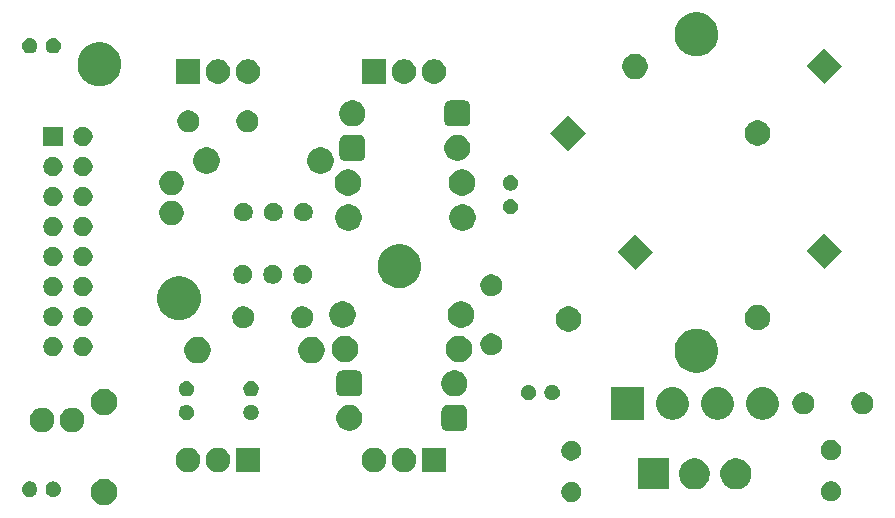
<source format=gbr>
G04 #@! TF.GenerationSoftware,KiCad,Pcbnew,(5.0.2-5)-5*
G04 #@! TF.CreationDate,2022-02-02T03:02:31+07:00*
G04 #@! TF.ProjectId,adjustable PSU,61646a75-7374-4616-926c-65205053552e,rev?*
G04 #@! TF.SameCoordinates,Original*
G04 #@! TF.FileFunction,Soldermask,Top*
G04 #@! TF.FilePolarity,Negative*
%FSLAX46Y46*%
G04 Gerber Fmt 4.6, Leading zero omitted, Abs format (unit mm)*
G04 Created by KiCad (PCBNEW (5.0.2-5)-5) date 2022 February 02, Wednesday 03:02:31*
%MOMM*%
%LPD*%
G01*
G04 APERTURE LIST*
%ADD10C,0.100000*%
G04 APERTURE END LIST*
D10*
G36*
X135199992Y-112209348D02*
X135403382Y-112293595D01*
X135586429Y-112415903D01*
X135742097Y-112571571D01*
X135864405Y-112754618D01*
X135948652Y-112958008D01*
X135991600Y-113173926D01*
X135991600Y-113394074D01*
X135948652Y-113609992D01*
X135864405Y-113813382D01*
X135742097Y-113996429D01*
X135586429Y-114152097D01*
X135403382Y-114274405D01*
X135199992Y-114358652D01*
X134984074Y-114401600D01*
X134763926Y-114401600D01*
X134548008Y-114358652D01*
X134344618Y-114274405D01*
X134161571Y-114152097D01*
X134005903Y-113996429D01*
X133883595Y-113813382D01*
X133799348Y-113609992D01*
X133756400Y-113394074D01*
X133756400Y-113173926D01*
X133799348Y-112958008D01*
X133883595Y-112754618D01*
X134005903Y-112571571D01*
X134161571Y-112415903D01*
X134344618Y-112293595D01*
X134548008Y-112209348D01*
X134763926Y-112166400D01*
X134984074Y-112166400D01*
X135199992Y-112209348D01*
X135199992Y-112209348D01*
G37*
G36*
X174701412Y-112471775D02*
X174856284Y-112535925D01*
X174995665Y-112629057D01*
X175114199Y-112747591D01*
X175207331Y-112886972D01*
X175271481Y-113041844D01*
X175304184Y-113206256D01*
X175304184Y-113373888D01*
X175271481Y-113538300D01*
X175207331Y-113693172D01*
X175114199Y-113832553D01*
X174995665Y-113951087D01*
X174856284Y-114044219D01*
X174701412Y-114108369D01*
X174537000Y-114141072D01*
X174369368Y-114141072D01*
X174204956Y-114108369D01*
X174050084Y-114044219D01*
X173910703Y-113951087D01*
X173792169Y-113832553D01*
X173699037Y-113693172D01*
X173634887Y-113538300D01*
X173602184Y-113373888D01*
X173602184Y-113206256D01*
X173634887Y-113041844D01*
X173699037Y-112886972D01*
X173792169Y-112747591D01*
X173910703Y-112629057D01*
X174050084Y-112535925D01*
X174204956Y-112471775D01*
X174369368Y-112439072D01*
X174537000Y-112439072D01*
X174701412Y-112471775D01*
X174701412Y-112471775D01*
G37*
G36*
X196672412Y-112420975D02*
X196827284Y-112485125D01*
X196966665Y-112578257D01*
X197085199Y-112696791D01*
X197178331Y-112836172D01*
X197242481Y-112991044D01*
X197275184Y-113155456D01*
X197275184Y-113323088D01*
X197242481Y-113487500D01*
X197178331Y-113642372D01*
X197085199Y-113781753D01*
X196966665Y-113900287D01*
X196827284Y-113993419D01*
X196672412Y-114057569D01*
X196508000Y-114090272D01*
X196340368Y-114090272D01*
X196175956Y-114057569D01*
X196021084Y-113993419D01*
X195881703Y-113900287D01*
X195763169Y-113781753D01*
X195670037Y-113642372D01*
X195605887Y-113487500D01*
X195573184Y-113323088D01*
X195573184Y-113155456D01*
X195605887Y-112991044D01*
X195670037Y-112836172D01*
X195763169Y-112696791D01*
X195881703Y-112578257D01*
X196021084Y-112485125D01*
X196175956Y-112420975D01*
X196340368Y-112388272D01*
X196508000Y-112388272D01*
X196672412Y-112420975D01*
X196672412Y-112420975D01*
G37*
G36*
X130771290Y-112429417D02*
X130889761Y-112478489D01*
X130996392Y-112549738D01*
X131087062Y-112640408D01*
X131158311Y-112747039D01*
X131207383Y-112865510D01*
X131232400Y-112991281D01*
X131232400Y-113119519D01*
X131207383Y-113245290D01*
X131158311Y-113363761D01*
X131087062Y-113470392D01*
X130996392Y-113561062D01*
X130889761Y-113632311D01*
X130771290Y-113681383D01*
X130645519Y-113706400D01*
X130517281Y-113706400D01*
X130391510Y-113681383D01*
X130273039Y-113632311D01*
X130166408Y-113561062D01*
X130075738Y-113470392D01*
X130004489Y-113363761D01*
X129955417Y-113245290D01*
X129930400Y-113119519D01*
X129930400Y-112991281D01*
X129955417Y-112865510D01*
X130004489Y-112747039D01*
X130075738Y-112640408D01*
X130166408Y-112549738D01*
X130273039Y-112478489D01*
X130391510Y-112429417D01*
X130517281Y-112404400D01*
X130645519Y-112404400D01*
X130771290Y-112429417D01*
X130771290Y-112429417D01*
G37*
G36*
X128771290Y-112429417D02*
X128889761Y-112478489D01*
X128996392Y-112549738D01*
X129087062Y-112640408D01*
X129158311Y-112747039D01*
X129207383Y-112865510D01*
X129232400Y-112991281D01*
X129232400Y-113119519D01*
X129207383Y-113245290D01*
X129158311Y-113363761D01*
X129087062Y-113470392D01*
X128996392Y-113561062D01*
X128889761Y-113632311D01*
X128771290Y-113681383D01*
X128645519Y-113706400D01*
X128517281Y-113706400D01*
X128391510Y-113681383D01*
X128273039Y-113632311D01*
X128166408Y-113561062D01*
X128075738Y-113470392D01*
X128004489Y-113363761D01*
X127955417Y-113245290D01*
X127930400Y-113119519D01*
X127930400Y-112991281D01*
X127955417Y-112865510D01*
X128004489Y-112747039D01*
X128075738Y-112640408D01*
X128166408Y-112549738D01*
X128273039Y-112478489D01*
X128391510Y-112429417D01*
X128517281Y-112404400D01*
X128645519Y-112404400D01*
X128771290Y-112429417D01*
X128771290Y-112429417D01*
G37*
G36*
X182684980Y-113068100D02*
X180068780Y-113068100D01*
X180068780Y-110451900D01*
X182684980Y-110451900D01*
X182684980Y-113068100D01*
X182684980Y-113068100D01*
G37*
G36*
X185256016Y-110502169D02*
X185256018Y-110502170D01*
X185256019Y-110502170D01*
X185389762Y-110557568D01*
X185494078Y-110600777D01*
X185708328Y-110743935D01*
X185890525Y-110926132D01*
X186033683Y-111140382D01*
X186132291Y-111378444D01*
X186172155Y-111578852D01*
X186182560Y-111631163D01*
X186182560Y-111888837D01*
X186132290Y-112141559D01*
X186069315Y-112293595D01*
X186033683Y-112379618D01*
X185890525Y-112593868D01*
X185708328Y-112776065D01*
X185708325Y-112776067D01*
X185494078Y-112919223D01*
X185256019Y-113017830D01*
X185256018Y-113017830D01*
X185256016Y-113017831D01*
X185003298Y-113068100D01*
X184745622Y-113068100D01*
X184492904Y-113017831D01*
X184492902Y-113017830D01*
X184492901Y-113017830D01*
X184254842Y-112919223D01*
X184040595Y-112776067D01*
X184040592Y-112776065D01*
X183858395Y-112593868D01*
X183715237Y-112379618D01*
X183679605Y-112293595D01*
X183616630Y-112141559D01*
X183566360Y-111888837D01*
X183566360Y-111631163D01*
X183576765Y-111578852D01*
X183616629Y-111378444D01*
X183715237Y-111140382D01*
X183858395Y-110926132D01*
X184040592Y-110743935D01*
X184254842Y-110600777D01*
X184359158Y-110557568D01*
X184492901Y-110502170D01*
X184492902Y-110502170D01*
X184492904Y-110502169D01*
X184745622Y-110451900D01*
X185003298Y-110451900D01*
X185256016Y-110502169D01*
X185256016Y-110502169D01*
G37*
G36*
X188756136Y-110502169D02*
X188756138Y-110502170D01*
X188756139Y-110502170D01*
X188889882Y-110557568D01*
X188994198Y-110600777D01*
X189208448Y-110743935D01*
X189390645Y-110926132D01*
X189533803Y-111140382D01*
X189632411Y-111378444D01*
X189672275Y-111578852D01*
X189682680Y-111631163D01*
X189682680Y-111888837D01*
X189632410Y-112141559D01*
X189569435Y-112293595D01*
X189533803Y-112379618D01*
X189390645Y-112593868D01*
X189208448Y-112776065D01*
X189208445Y-112776067D01*
X188994198Y-112919223D01*
X188756139Y-113017830D01*
X188756138Y-113017830D01*
X188756136Y-113017831D01*
X188503418Y-113068100D01*
X188245742Y-113068100D01*
X187993024Y-113017831D01*
X187993022Y-113017830D01*
X187993021Y-113017830D01*
X187754962Y-112919223D01*
X187540715Y-112776067D01*
X187540712Y-112776065D01*
X187358515Y-112593868D01*
X187215357Y-112379618D01*
X187179725Y-112293595D01*
X187116750Y-112141559D01*
X187066480Y-111888837D01*
X187066480Y-111631163D01*
X187076885Y-111578852D01*
X187116749Y-111378444D01*
X187215357Y-111140382D01*
X187358515Y-110926132D01*
X187540712Y-110743935D01*
X187754962Y-110600777D01*
X187859278Y-110557568D01*
X187993021Y-110502170D01*
X187993022Y-110502170D01*
X187993024Y-110502169D01*
X188245742Y-110451900D01*
X188503418Y-110451900D01*
X188756136Y-110502169D01*
X188756136Y-110502169D01*
G37*
G36*
X148107400Y-111618872D02*
X146024600Y-111618872D01*
X146024600Y-109536072D01*
X148107400Y-109536072D01*
X148107400Y-111618872D01*
X148107400Y-111618872D01*
G37*
G36*
X144829765Y-109576092D02*
X145019289Y-109654595D01*
X145189855Y-109768564D01*
X145334908Y-109913617D01*
X145448877Y-110084183D01*
X145527380Y-110273707D01*
X145567400Y-110474902D01*
X145567400Y-110680042D01*
X145527380Y-110881237D01*
X145448877Y-111070761D01*
X145334908Y-111241327D01*
X145189855Y-111386380D01*
X145019289Y-111500349D01*
X144829765Y-111578852D01*
X144628570Y-111618872D01*
X144423430Y-111618872D01*
X144222235Y-111578852D01*
X144032711Y-111500349D01*
X143862145Y-111386380D01*
X143717092Y-111241327D01*
X143603123Y-111070761D01*
X143524620Y-110881237D01*
X143484600Y-110680042D01*
X143484600Y-110474902D01*
X143524620Y-110273707D01*
X143603123Y-110084183D01*
X143717092Y-109913617D01*
X143862145Y-109768564D01*
X144032711Y-109654595D01*
X144222235Y-109576092D01*
X144423430Y-109536072D01*
X144628570Y-109536072D01*
X144829765Y-109576092D01*
X144829765Y-109576092D01*
G37*
G36*
X142289765Y-109576092D02*
X142479289Y-109654595D01*
X142649855Y-109768564D01*
X142794908Y-109913617D01*
X142908877Y-110084183D01*
X142987380Y-110273707D01*
X143027400Y-110474902D01*
X143027400Y-110680042D01*
X142987380Y-110881237D01*
X142908877Y-111070761D01*
X142794908Y-111241327D01*
X142649855Y-111386380D01*
X142479289Y-111500349D01*
X142289765Y-111578852D01*
X142088570Y-111618872D01*
X141883430Y-111618872D01*
X141682235Y-111578852D01*
X141492711Y-111500349D01*
X141322145Y-111386380D01*
X141177092Y-111241327D01*
X141063123Y-111070761D01*
X140984620Y-110881237D01*
X140944600Y-110680042D01*
X140944600Y-110474902D01*
X140984620Y-110273707D01*
X141063123Y-110084183D01*
X141177092Y-109913617D01*
X141322145Y-109768564D01*
X141492711Y-109654595D01*
X141682235Y-109576092D01*
X141883430Y-109536072D01*
X142088570Y-109536072D01*
X142289765Y-109576092D01*
X142289765Y-109576092D01*
G37*
G36*
X158037765Y-109576092D02*
X158227289Y-109654595D01*
X158397855Y-109768564D01*
X158542908Y-109913617D01*
X158656877Y-110084183D01*
X158735380Y-110273707D01*
X158775400Y-110474902D01*
X158775400Y-110680042D01*
X158735380Y-110881237D01*
X158656877Y-111070761D01*
X158542908Y-111241327D01*
X158397855Y-111386380D01*
X158227289Y-111500349D01*
X158037765Y-111578852D01*
X157836570Y-111618872D01*
X157631430Y-111618872D01*
X157430235Y-111578852D01*
X157240711Y-111500349D01*
X157070145Y-111386380D01*
X156925092Y-111241327D01*
X156811123Y-111070761D01*
X156732620Y-110881237D01*
X156692600Y-110680042D01*
X156692600Y-110474902D01*
X156732620Y-110273707D01*
X156811123Y-110084183D01*
X156925092Y-109913617D01*
X157070145Y-109768564D01*
X157240711Y-109654595D01*
X157430235Y-109576092D01*
X157631430Y-109536072D01*
X157836570Y-109536072D01*
X158037765Y-109576092D01*
X158037765Y-109576092D01*
G37*
G36*
X160577765Y-109576092D02*
X160767289Y-109654595D01*
X160937855Y-109768564D01*
X161082908Y-109913617D01*
X161196877Y-110084183D01*
X161275380Y-110273707D01*
X161315400Y-110474902D01*
X161315400Y-110680042D01*
X161275380Y-110881237D01*
X161196877Y-111070761D01*
X161082908Y-111241327D01*
X160937855Y-111386380D01*
X160767289Y-111500349D01*
X160577765Y-111578852D01*
X160376570Y-111618872D01*
X160171430Y-111618872D01*
X159970235Y-111578852D01*
X159780711Y-111500349D01*
X159610145Y-111386380D01*
X159465092Y-111241327D01*
X159351123Y-111070761D01*
X159272620Y-110881237D01*
X159232600Y-110680042D01*
X159232600Y-110474902D01*
X159272620Y-110273707D01*
X159351123Y-110084183D01*
X159465092Y-109913617D01*
X159610145Y-109768564D01*
X159780711Y-109654595D01*
X159970235Y-109576092D01*
X160171430Y-109536072D01*
X160376570Y-109536072D01*
X160577765Y-109576092D01*
X160577765Y-109576092D01*
G37*
G36*
X163855400Y-111618872D02*
X161772600Y-111618872D01*
X161772600Y-109536072D01*
X163855400Y-109536072D01*
X163855400Y-111618872D01*
X163855400Y-111618872D01*
G37*
G36*
X174701412Y-108971775D02*
X174856284Y-109035925D01*
X174995665Y-109129057D01*
X175114199Y-109247591D01*
X175207331Y-109386972D01*
X175271481Y-109541844D01*
X175304184Y-109706256D01*
X175304184Y-109873888D01*
X175271481Y-110038300D01*
X175207331Y-110193172D01*
X175114199Y-110332553D01*
X174995665Y-110451087D01*
X174856284Y-110544219D01*
X174701412Y-110608369D01*
X174537000Y-110641072D01*
X174369368Y-110641072D01*
X174204956Y-110608369D01*
X174050084Y-110544219D01*
X173910703Y-110451087D01*
X173792169Y-110332553D01*
X173699037Y-110193172D01*
X173634887Y-110038300D01*
X173602184Y-109873888D01*
X173602184Y-109706256D01*
X173634887Y-109541844D01*
X173699037Y-109386972D01*
X173792169Y-109247591D01*
X173910703Y-109129057D01*
X174050084Y-109035925D01*
X174204956Y-108971775D01*
X174369368Y-108939072D01*
X174537000Y-108939072D01*
X174701412Y-108971775D01*
X174701412Y-108971775D01*
G37*
G36*
X196672412Y-108920975D02*
X196827284Y-108985125D01*
X196966665Y-109078257D01*
X197085199Y-109196791D01*
X197178331Y-109336172D01*
X197242481Y-109491044D01*
X197275184Y-109655456D01*
X197275184Y-109823088D01*
X197242481Y-109987500D01*
X197178331Y-110142372D01*
X197085199Y-110281753D01*
X196966665Y-110400287D01*
X196827284Y-110493419D01*
X196672412Y-110557569D01*
X196508000Y-110590272D01*
X196340368Y-110590272D01*
X196175956Y-110557569D01*
X196021084Y-110493419D01*
X195881703Y-110400287D01*
X195763169Y-110281753D01*
X195670037Y-110142372D01*
X195605887Y-109987500D01*
X195573184Y-109823088D01*
X195573184Y-109655456D01*
X195605887Y-109491044D01*
X195670037Y-109336172D01*
X195763169Y-109196791D01*
X195881703Y-109078257D01*
X196021084Y-108985125D01*
X196175956Y-108920975D01*
X196340368Y-108888272D01*
X196508000Y-108888272D01*
X196672412Y-108920975D01*
X196672412Y-108920975D01*
G37*
G36*
X129945365Y-106186620D02*
X130134889Y-106265123D01*
X130305455Y-106379092D01*
X130450508Y-106524145D01*
X130564477Y-106694711D01*
X130642980Y-106884235D01*
X130683000Y-107085430D01*
X130683000Y-107290570D01*
X130642980Y-107491765D01*
X130564477Y-107681289D01*
X130450508Y-107851855D01*
X130305455Y-107996908D01*
X130134889Y-108110877D01*
X129945365Y-108189380D01*
X129744170Y-108229400D01*
X129539030Y-108229400D01*
X129337835Y-108189380D01*
X129148311Y-108110877D01*
X128977745Y-107996908D01*
X128832692Y-107851855D01*
X128718723Y-107681289D01*
X128640220Y-107491765D01*
X128600200Y-107290570D01*
X128600200Y-107085430D01*
X128640220Y-106884235D01*
X128718723Y-106694711D01*
X128832692Y-106524145D01*
X128977745Y-106379092D01*
X129148311Y-106265123D01*
X129337835Y-106186620D01*
X129539030Y-106146600D01*
X129744170Y-106146600D01*
X129945365Y-106186620D01*
X129945365Y-106186620D01*
G37*
G36*
X132485365Y-106186620D02*
X132674889Y-106265123D01*
X132845455Y-106379092D01*
X132990508Y-106524145D01*
X133104477Y-106694711D01*
X133182980Y-106884235D01*
X133223000Y-107085430D01*
X133223000Y-107290570D01*
X133182980Y-107491765D01*
X133104477Y-107681289D01*
X132990508Y-107851855D01*
X132845455Y-107996908D01*
X132674889Y-108110877D01*
X132485365Y-108189380D01*
X132284170Y-108229400D01*
X132079030Y-108229400D01*
X131877835Y-108189380D01*
X131688311Y-108110877D01*
X131517745Y-107996908D01*
X131372692Y-107851855D01*
X131258723Y-107681289D01*
X131180220Y-107491765D01*
X131140200Y-107290570D01*
X131140200Y-107085430D01*
X131180220Y-106884235D01*
X131258723Y-106694711D01*
X131372692Y-106524145D01*
X131517745Y-106379092D01*
X131688311Y-106265123D01*
X131877835Y-106186620D01*
X132079030Y-106146600D01*
X132284170Y-106146600D01*
X132485365Y-106186620D01*
X132485365Y-106186620D01*
G37*
G36*
X165250013Y-105939157D02*
X165340616Y-105966642D01*
X165424123Y-106011278D01*
X165497313Y-106071343D01*
X165557378Y-106144533D01*
X165602014Y-106228040D01*
X165629499Y-106318643D01*
X165639384Y-106419012D01*
X165639384Y-107623932D01*
X165629499Y-107724301D01*
X165602014Y-107814904D01*
X165557378Y-107898411D01*
X165497313Y-107971601D01*
X165424123Y-108031666D01*
X165340616Y-108076302D01*
X165250013Y-108103787D01*
X165149644Y-108113672D01*
X163944724Y-108113672D01*
X163844355Y-108103787D01*
X163753752Y-108076302D01*
X163670245Y-108031666D01*
X163597055Y-107971601D01*
X163536990Y-107898411D01*
X163492354Y-107814904D01*
X163464869Y-107724301D01*
X163454984Y-107623932D01*
X163454984Y-106419012D01*
X163464869Y-106318643D01*
X163492354Y-106228040D01*
X163536990Y-106144533D01*
X163597055Y-106071343D01*
X163670245Y-106011278D01*
X163753752Y-105966642D01*
X163844355Y-105939157D01*
X163944724Y-105929272D01*
X165149644Y-105929272D01*
X165250013Y-105939157D01*
X165250013Y-105939157D01*
G37*
G36*
X155975767Y-105971244D02*
X156174534Y-106053576D01*
X156353423Y-106173106D01*
X156505550Y-106325233D01*
X156625080Y-106504122D01*
X156707412Y-106702889D01*
X156749384Y-106913898D01*
X156749384Y-107129046D01*
X156707412Y-107340055D01*
X156625080Y-107538822D01*
X156505550Y-107717711D01*
X156353423Y-107869838D01*
X156174534Y-107989368D01*
X155975767Y-108071700D01*
X155764758Y-108113672D01*
X155549610Y-108113672D01*
X155338601Y-108071700D01*
X155139834Y-107989368D01*
X154960945Y-107869838D01*
X154808818Y-107717711D01*
X154689288Y-107538822D01*
X154606956Y-107340055D01*
X154564984Y-107129046D01*
X154564984Y-106913898D01*
X154606956Y-106702889D01*
X154689288Y-106504122D01*
X154808818Y-106325233D01*
X154960945Y-106173106D01*
X155139834Y-106053576D01*
X155338601Y-105971244D01*
X155549610Y-105929272D01*
X155764758Y-105929272D01*
X155975767Y-105971244D01*
X155975767Y-105971244D01*
G37*
G36*
X142048890Y-105927017D02*
X142167361Y-105976089D01*
X142273992Y-106047338D01*
X142364662Y-106138008D01*
X142435911Y-106244639D01*
X142484983Y-106363110D01*
X142510000Y-106488881D01*
X142510000Y-106617119D01*
X142484983Y-106742890D01*
X142435911Y-106861361D01*
X142435909Y-106861364D01*
X142400806Y-106913900D01*
X142364662Y-106967992D01*
X142273992Y-107058662D01*
X142167361Y-107129911D01*
X142048890Y-107178983D01*
X141923119Y-107204000D01*
X141794881Y-107204000D01*
X141669110Y-107178983D01*
X141550639Y-107129911D01*
X141444008Y-107058662D01*
X141353338Y-106967992D01*
X141317195Y-106913900D01*
X141282091Y-106861364D01*
X141282089Y-106861361D01*
X141233017Y-106742890D01*
X141208000Y-106617119D01*
X141208000Y-106488881D01*
X141233017Y-106363110D01*
X141282089Y-106244639D01*
X141353338Y-106138008D01*
X141444008Y-106047338D01*
X141550639Y-105976089D01*
X141669110Y-105927017D01*
X141794881Y-105902000D01*
X141923119Y-105902000D01*
X142048890Y-105927017D01*
X142048890Y-105927017D01*
G37*
G36*
X147509890Y-105927017D02*
X147628361Y-105976089D01*
X147734992Y-106047338D01*
X147825662Y-106138008D01*
X147896911Y-106244639D01*
X147945983Y-106363110D01*
X147971000Y-106488881D01*
X147971000Y-106617119D01*
X147945983Y-106742890D01*
X147896911Y-106861361D01*
X147896909Y-106861364D01*
X147861806Y-106913900D01*
X147825662Y-106967992D01*
X147734992Y-107058662D01*
X147628361Y-107129911D01*
X147509890Y-107178983D01*
X147384119Y-107204000D01*
X147255881Y-107204000D01*
X147130110Y-107178983D01*
X147011639Y-107129911D01*
X146905008Y-107058662D01*
X146814338Y-106967992D01*
X146778195Y-106913900D01*
X146743091Y-106861364D01*
X146743089Y-106861361D01*
X146694017Y-106742890D01*
X146669000Y-106617119D01*
X146669000Y-106488881D01*
X146694017Y-106363110D01*
X146743089Y-106244639D01*
X146814338Y-106138008D01*
X146905008Y-106047338D01*
X147011639Y-105976089D01*
X147130110Y-105927017D01*
X147255881Y-105902000D01*
X147384119Y-105902000D01*
X147509890Y-105927017D01*
X147509890Y-105927017D01*
G37*
G36*
X190942024Y-104440509D02*
X191031281Y-104458263D01*
X191120459Y-104495202D01*
X191283514Y-104562741D01*
X191283517Y-104562743D01*
X191449420Y-104673596D01*
X191510527Y-104714427D01*
X191703573Y-104907473D01*
X191703575Y-104907476D01*
X191703576Y-104907477D01*
X191811080Y-105068368D01*
X191855259Y-105134486D01*
X191884052Y-105204000D01*
X191952039Y-105368134D01*
X191959737Y-105386720D01*
X192013000Y-105654489D01*
X192013000Y-105927511D01*
X191994343Y-106021306D01*
X191959737Y-106195281D01*
X191945295Y-106230147D01*
X191855259Y-106447514D01*
X191703573Y-106674527D01*
X191510527Y-106867573D01*
X191283514Y-107019259D01*
X191120459Y-107086798D01*
X191031281Y-107123737D01*
X190942024Y-107141491D01*
X190763511Y-107177000D01*
X190490489Y-107177000D01*
X190311976Y-107141491D01*
X190222719Y-107123737D01*
X190133541Y-107086798D01*
X189970486Y-107019259D01*
X189743473Y-106867573D01*
X189550427Y-106674527D01*
X189398741Y-106447514D01*
X189308705Y-106230147D01*
X189294263Y-106195281D01*
X189259657Y-106021306D01*
X189241000Y-105927511D01*
X189241000Y-105654489D01*
X189294263Y-105386720D01*
X189301962Y-105368134D01*
X189369948Y-105204000D01*
X189398741Y-105134486D01*
X189442920Y-105068368D01*
X189550424Y-104907477D01*
X189550425Y-104907476D01*
X189550427Y-104907473D01*
X189743473Y-104714427D01*
X189804581Y-104673596D01*
X189970483Y-104562743D01*
X189970486Y-104562741D01*
X190133541Y-104495202D01*
X190222719Y-104458263D01*
X190311976Y-104440509D01*
X190490489Y-104405000D01*
X190763511Y-104405000D01*
X190942024Y-104440509D01*
X190942024Y-104440509D01*
G37*
G36*
X187132024Y-104440509D02*
X187221281Y-104458263D01*
X187310459Y-104495202D01*
X187473514Y-104562741D01*
X187473517Y-104562743D01*
X187639420Y-104673596D01*
X187700527Y-104714427D01*
X187893573Y-104907473D01*
X187893575Y-104907476D01*
X187893576Y-104907477D01*
X188001080Y-105068368D01*
X188045259Y-105134486D01*
X188074052Y-105204000D01*
X188142039Y-105368134D01*
X188149737Y-105386720D01*
X188203000Y-105654489D01*
X188203000Y-105927511D01*
X188184343Y-106021306D01*
X188149737Y-106195281D01*
X188135295Y-106230147D01*
X188045259Y-106447514D01*
X187893573Y-106674527D01*
X187700527Y-106867573D01*
X187473514Y-107019259D01*
X187310459Y-107086798D01*
X187221281Y-107123737D01*
X187132024Y-107141491D01*
X186953511Y-107177000D01*
X186680489Y-107177000D01*
X186501976Y-107141491D01*
X186412719Y-107123737D01*
X186323541Y-107086798D01*
X186160486Y-107019259D01*
X185933473Y-106867573D01*
X185740427Y-106674527D01*
X185588741Y-106447514D01*
X185498705Y-106230147D01*
X185484263Y-106195281D01*
X185449657Y-106021306D01*
X185431000Y-105927511D01*
X185431000Y-105654489D01*
X185484263Y-105386720D01*
X185491962Y-105368134D01*
X185559948Y-105204000D01*
X185588741Y-105134486D01*
X185632920Y-105068368D01*
X185740424Y-104907477D01*
X185740425Y-104907476D01*
X185740427Y-104907473D01*
X185933473Y-104714427D01*
X185994581Y-104673596D01*
X186160483Y-104562743D01*
X186160486Y-104562741D01*
X186323541Y-104495202D01*
X186412719Y-104458263D01*
X186501976Y-104440509D01*
X186680489Y-104405000D01*
X186953511Y-104405000D01*
X187132024Y-104440509D01*
X187132024Y-104440509D01*
G37*
G36*
X183322024Y-104440509D02*
X183411281Y-104458263D01*
X183500459Y-104495202D01*
X183663514Y-104562741D01*
X183663517Y-104562743D01*
X183829420Y-104673596D01*
X183890527Y-104714427D01*
X184083573Y-104907473D01*
X184083575Y-104907476D01*
X184083576Y-104907477D01*
X184191080Y-105068368D01*
X184235259Y-105134486D01*
X184264052Y-105204000D01*
X184332039Y-105368134D01*
X184339737Y-105386720D01*
X184393000Y-105654489D01*
X184393000Y-105927511D01*
X184374343Y-106021306D01*
X184339737Y-106195281D01*
X184325295Y-106230147D01*
X184235259Y-106447514D01*
X184083573Y-106674527D01*
X183890527Y-106867573D01*
X183663514Y-107019259D01*
X183500459Y-107086798D01*
X183411281Y-107123737D01*
X183322024Y-107141491D01*
X183143511Y-107177000D01*
X182870489Y-107177000D01*
X182691976Y-107141491D01*
X182602719Y-107123737D01*
X182513541Y-107086798D01*
X182350486Y-107019259D01*
X182123473Y-106867573D01*
X181930427Y-106674527D01*
X181778741Y-106447514D01*
X181688705Y-106230147D01*
X181674263Y-106195281D01*
X181639657Y-106021306D01*
X181621000Y-105927511D01*
X181621000Y-105654489D01*
X181674263Y-105386720D01*
X181681962Y-105368134D01*
X181749948Y-105204000D01*
X181778741Y-105134486D01*
X181822920Y-105068368D01*
X181930424Y-104907477D01*
X181930425Y-104907476D01*
X181930427Y-104907473D01*
X182123473Y-104714427D01*
X182184581Y-104673596D01*
X182350483Y-104562743D01*
X182350486Y-104562741D01*
X182513541Y-104495202D01*
X182602719Y-104458263D01*
X182691976Y-104440509D01*
X182870489Y-104405000D01*
X183143511Y-104405000D01*
X183322024Y-104440509D01*
X183322024Y-104440509D01*
G37*
G36*
X180583000Y-107177000D02*
X177811000Y-107177000D01*
X177811000Y-104405000D01*
X180583000Y-104405000D01*
X180583000Y-107177000D01*
X180583000Y-107177000D01*
G37*
G36*
X135199992Y-104589348D02*
X135403382Y-104673595D01*
X135586429Y-104795903D01*
X135742097Y-104951571D01*
X135864405Y-105134618D01*
X135948652Y-105338008D01*
X135991600Y-105553926D01*
X135991600Y-105774074D01*
X135948652Y-105989992D01*
X135864405Y-106193382D01*
X135742097Y-106376429D01*
X135586429Y-106532097D01*
X135403382Y-106654405D01*
X135199992Y-106738652D01*
X134984074Y-106781600D01*
X134763926Y-106781600D01*
X134548008Y-106738652D01*
X134344618Y-106654405D01*
X134161571Y-106532097D01*
X134005903Y-106376429D01*
X133883595Y-106193382D01*
X133799348Y-105989992D01*
X133756400Y-105774074D01*
X133756400Y-105553926D01*
X133799348Y-105338008D01*
X133883595Y-105134618D01*
X134005903Y-104951571D01*
X134161571Y-104795903D01*
X134344618Y-104673595D01*
X134548008Y-104589348D01*
X134763926Y-104546400D01*
X134984074Y-104546400D01*
X135199992Y-104589348D01*
X135199992Y-104589348D01*
G37*
G36*
X199365782Y-104899527D02*
X199365784Y-104899528D01*
X199365785Y-104899528D01*
X199534507Y-104969414D01*
X199685668Y-105070417D01*
X199686355Y-105070876D01*
X199815484Y-105200005D01*
X199815486Y-105200008D01*
X199916946Y-105351853D01*
X199983890Y-105513472D01*
X199986833Y-105520578D01*
X200022460Y-105699687D01*
X200022460Y-105882313D01*
X199988394Y-106053576D01*
X199986832Y-106061425D01*
X199916946Y-106230147D01*
X199824279Y-106368833D01*
X199815484Y-106381995D01*
X199686355Y-106511124D01*
X199686352Y-106511126D01*
X199534507Y-106612586D01*
X199365785Y-106682472D01*
X199365784Y-106682472D01*
X199365782Y-106682473D01*
X199186673Y-106718100D01*
X199004047Y-106718100D01*
X198824938Y-106682473D01*
X198824936Y-106682472D01*
X198824935Y-106682472D01*
X198656213Y-106612586D01*
X198504368Y-106511126D01*
X198504365Y-106511124D01*
X198375236Y-106381995D01*
X198366441Y-106368833D01*
X198273774Y-106230147D01*
X198203888Y-106061425D01*
X198202327Y-106053576D01*
X198168260Y-105882313D01*
X198168260Y-105699687D01*
X198203887Y-105520578D01*
X198206830Y-105513472D01*
X198273774Y-105351853D01*
X198375234Y-105200008D01*
X198375236Y-105200005D01*
X198504365Y-105070876D01*
X198505052Y-105070417D01*
X198656213Y-104969414D01*
X198824935Y-104899528D01*
X198824936Y-104899528D01*
X198824938Y-104899527D01*
X199004047Y-104863900D01*
X199186673Y-104863900D01*
X199365782Y-104899527D01*
X199365782Y-104899527D01*
G37*
G36*
X194367062Y-104899527D02*
X194367064Y-104899528D01*
X194367065Y-104899528D01*
X194535787Y-104969414D01*
X194686948Y-105070417D01*
X194687635Y-105070876D01*
X194816764Y-105200005D01*
X194816766Y-105200008D01*
X194918226Y-105351853D01*
X194985170Y-105513472D01*
X194988113Y-105520578D01*
X195023740Y-105699687D01*
X195023740Y-105882313D01*
X194989674Y-106053576D01*
X194988112Y-106061425D01*
X194918226Y-106230147D01*
X194825559Y-106368833D01*
X194816764Y-106381995D01*
X194687635Y-106511124D01*
X194687632Y-106511126D01*
X194535787Y-106612586D01*
X194367065Y-106682472D01*
X194367064Y-106682472D01*
X194367062Y-106682473D01*
X194187953Y-106718100D01*
X194005327Y-106718100D01*
X193826218Y-106682473D01*
X193826216Y-106682472D01*
X193826215Y-106682472D01*
X193657493Y-106612586D01*
X193505648Y-106511126D01*
X193505645Y-106511124D01*
X193376516Y-106381995D01*
X193367721Y-106368833D01*
X193275054Y-106230147D01*
X193205168Y-106061425D01*
X193203607Y-106053576D01*
X193169540Y-105882313D01*
X193169540Y-105699687D01*
X193205167Y-105520578D01*
X193208110Y-105513472D01*
X193275054Y-105351853D01*
X193376514Y-105200008D01*
X193376516Y-105200005D01*
X193505645Y-105070876D01*
X193506332Y-105070417D01*
X193657493Y-104969414D01*
X193826215Y-104899528D01*
X193826216Y-104899528D01*
X193826218Y-104899527D01*
X194005327Y-104863900D01*
X194187953Y-104863900D01*
X194367062Y-104899527D01*
X194367062Y-104899527D01*
G37*
G36*
X171010874Y-104236489D02*
X171129345Y-104285561D01*
X171235976Y-104356810D01*
X171326646Y-104447480D01*
X171326648Y-104447483D01*
X171326649Y-104447484D01*
X171354310Y-104488882D01*
X171397895Y-104554111D01*
X171446967Y-104672582D01*
X171471984Y-104798353D01*
X171471984Y-104926591D01*
X171446967Y-105052362D01*
X171397895Y-105170833D01*
X171326646Y-105277464D01*
X171235976Y-105368134D01*
X171235973Y-105368136D01*
X171235972Y-105368137D01*
X171129348Y-105439381D01*
X171129345Y-105439383D01*
X171010874Y-105488455D01*
X170885103Y-105513472D01*
X170756865Y-105513472D01*
X170631094Y-105488455D01*
X170512623Y-105439383D01*
X170512620Y-105439381D01*
X170405996Y-105368137D01*
X170405995Y-105368136D01*
X170405992Y-105368134D01*
X170315322Y-105277464D01*
X170244073Y-105170833D01*
X170195001Y-105052362D01*
X170169984Y-104926591D01*
X170169984Y-104798353D01*
X170195001Y-104672582D01*
X170244073Y-104554111D01*
X170287658Y-104488882D01*
X170315319Y-104447484D01*
X170315320Y-104447483D01*
X170315322Y-104447480D01*
X170405992Y-104356810D01*
X170512623Y-104285561D01*
X170631094Y-104236489D01*
X170756865Y-104211472D01*
X170885103Y-104211472D01*
X171010874Y-104236489D01*
X171010874Y-104236489D01*
G37*
G36*
X173010874Y-104236489D02*
X173129345Y-104285561D01*
X173235976Y-104356810D01*
X173326646Y-104447480D01*
X173326648Y-104447483D01*
X173326649Y-104447484D01*
X173354310Y-104488882D01*
X173397895Y-104554111D01*
X173446967Y-104672582D01*
X173471984Y-104798353D01*
X173471984Y-104926591D01*
X173446967Y-105052362D01*
X173397895Y-105170833D01*
X173326646Y-105277464D01*
X173235976Y-105368134D01*
X173235973Y-105368136D01*
X173235972Y-105368137D01*
X173129348Y-105439381D01*
X173129345Y-105439383D01*
X173010874Y-105488455D01*
X172885103Y-105513472D01*
X172756865Y-105513472D01*
X172631094Y-105488455D01*
X172512623Y-105439383D01*
X172512620Y-105439381D01*
X172405996Y-105368137D01*
X172405995Y-105368136D01*
X172405992Y-105368134D01*
X172315322Y-105277464D01*
X172244073Y-105170833D01*
X172195001Y-105052362D01*
X172169984Y-104926591D01*
X172169984Y-104798353D01*
X172195001Y-104672582D01*
X172244073Y-104554111D01*
X172287658Y-104488882D01*
X172315319Y-104447484D01*
X172315320Y-104447483D01*
X172315322Y-104447480D01*
X172405992Y-104356810D01*
X172512623Y-104285561D01*
X172631094Y-104236489D01*
X172756865Y-104211472D01*
X172885103Y-104211472D01*
X173010874Y-104236489D01*
X173010874Y-104236489D01*
G37*
G36*
X142048890Y-103927017D02*
X142167361Y-103976089D01*
X142273992Y-104047338D01*
X142364662Y-104138008D01*
X142435911Y-104244639D01*
X142484983Y-104363110D01*
X142510000Y-104488881D01*
X142510000Y-104617119D01*
X142484983Y-104742890D01*
X142435911Y-104861361D01*
X142435909Y-104861364D01*
X142375635Y-104951571D01*
X142364662Y-104967992D01*
X142273992Y-105058662D01*
X142167361Y-105129911D01*
X142048890Y-105178983D01*
X141923119Y-105204000D01*
X141794881Y-105204000D01*
X141669110Y-105178983D01*
X141550639Y-105129911D01*
X141444008Y-105058662D01*
X141353338Y-104967992D01*
X141342366Y-104951571D01*
X141282091Y-104861364D01*
X141282089Y-104861361D01*
X141233017Y-104742890D01*
X141208000Y-104617119D01*
X141208000Y-104488881D01*
X141233017Y-104363110D01*
X141282089Y-104244639D01*
X141353338Y-104138008D01*
X141444008Y-104047338D01*
X141550639Y-103976089D01*
X141669110Y-103927017D01*
X141794881Y-103902000D01*
X141923119Y-103902000D01*
X142048890Y-103927017D01*
X142048890Y-103927017D01*
G37*
G36*
X147509890Y-103927017D02*
X147628361Y-103976089D01*
X147734992Y-104047338D01*
X147825662Y-104138008D01*
X147896911Y-104244639D01*
X147945983Y-104363110D01*
X147971000Y-104488881D01*
X147971000Y-104617119D01*
X147945983Y-104742890D01*
X147896911Y-104861361D01*
X147896909Y-104861364D01*
X147836635Y-104951571D01*
X147825662Y-104967992D01*
X147734992Y-105058662D01*
X147628361Y-105129911D01*
X147509890Y-105178983D01*
X147384119Y-105204000D01*
X147255881Y-105204000D01*
X147130110Y-105178983D01*
X147011639Y-105129911D01*
X146905008Y-105058662D01*
X146814338Y-104967992D01*
X146803366Y-104951571D01*
X146743091Y-104861364D01*
X146743089Y-104861361D01*
X146694017Y-104742890D01*
X146669000Y-104617119D01*
X146669000Y-104488881D01*
X146694017Y-104363110D01*
X146743089Y-104244639D01*
X146814338Y-104138008D01*
X146905008Y-104047338D01*
X147011639Y-103976089D01*
X147130110Y-103927017D01*
X147255881Y-103902000D01*
X147384119Y-103902000D01*
X147509890Y-103927017D01*
X147509890Y-103927017D01*
G37*
G36*
X164865767Y-103050244D02*
X165064534Y-103132576D01*
X165243423Y-103252106D01*
X165395550Y-103404233D01*
X165515080Y-103583122D01*
X165597412Y-103781889D01*
X165639384Y-103992898D01*
X165639384Y-104208046D01*
X165597412Y-104419055D01*
X165515080Y-104617822D01*
X165395550Y-104796711D01*
X165243423Y-104948838D01*
X165064534Y-105068368D01*
X164865767Y-105150700D01*
X164654758Y-105192672D01*
X164439610Y-105192672D01*
X164228601Y-105150700D01*
X164029834Y-105068368D01*
X163850945Y-104948838D01*
X163698818Y-104796711D01*
X163579288Y-104617822D01*
X163496956Y-104419055D01*
X163454984Y-104208046D01*
X163454984Y-103992898D01*
X163496956Y-103781889D01*
X163579288Y-103583122D01*
X163698818Y-103404233D01*
X163850945Y-103252106D01*
X164029834Y-103132576D01*
X164228601Y-103050244D01*
X164439610Y-103008272D01*
X164654758Y-103008272D01*
X164865767Y-103050244D01*
X164865767Y-103050244D01*
G37*
G36*
X156360013Y-103018157D02*
X156450616Y-103045642D01*
X156534123Y-103090278D01*
X156607313Y-103150343D01*
X156667378Y-103223533D01*
X156712014Y-103307040D01*
X156739499Y-103397643D01*
X156749384Y-103498012D01*
X156749384Y-104702932D01*
X156739499Y-104803301D01*
X156712014Y-104893904D01*
X156667378Y-104977411D01*
X156607313Y-105050601D01*
X156534123Y-105110666D01*
X156450616Y-105155302D01*
X156360013Y-105182787D01*
X156259644Y-105192672D01*
X155054724Y-105192672D01*
X154954355Y-105182787D01*
X154863752Y-105155302D01*
X154780245Y-105110666D01*
X154707055Y-105050601D01*
X154646990Y-104977411D01*
X154602354Y-104893904D01*
X154574869Y-104803301D01*
X154564984Y-104702932D01*
X154564984Y-103498012D01*
X154574869Y-103397643D01*
X154602354Y-103307040D01*
X154646990Y-103223533D01*
X154707055Y-103150343D01*
X154780245Y-103090278D01*
X154863752Y-103045642D01*
X154954355Y-103018157D01*
X155054724Y-103008272D01*
X156259644Y-103008272D01*
X156360013Y-103018157D01*
X156360013Y-103018157D01*
G37*
G36*
X185400112Y-99530566D02*
X185578917Y-99566133D01*
X185915777Y-99705665D01*
X186162110Y-99870260D01*
X186218947Y-99908237D01*
X186476763Y-100166053D01*
X186476765Y-100166056D01*
X186679335Y-100469223D01*
X186818867Y-100806083D01*
X186890000Y-101163692D01*
X186890000Y-101528308D01*
X186818867Y-101885917D01*
X186679335Y-102222777D01*
X186589549Y-102357151D01*
X186476763Y-102525947D01*
X186218947Y-102783763D01*
X186218944Y-102783765D01*
X185915777Y-102986335D01*
X185578917Y-103125867D01*
X185455868Y-103150343D01*
X185221309Y-103197000D01*
X184856691Y-103197000D01*
X184622132Y-103150343D01*
X184499083Y-103125867D01*
X184162223Y-102986335D01*
X183859056Y-102783765D01*
X183859053Y-102783763D01*
X183601237Y-102525947D01*
X183488451Y-102357151D01*
X183398665Y-102222777D01*
X183259133Y-101885917D01*
X183188000Y-101528308D01*
X183188000Y-101163692D01*
X183259133Y-100806083D01*
X183398665Y-100469223D01*
X183601235Y-100166056D01*
X183601237Y-100166053D01*
X183859053Y-99908237D01*
X183915890Y-99870260D01*
X184162223Y-99705665D01*
X184499083Y-99566133D01*
X184677888Y-99530566D01*
X184856691Y-99495000D01*
X185221309Y-99495000D01*
X185400112Y-99530566D01*
X185400112Y-99530566D01*
G37*
G36*
X152789492Y-100207848D02*
X152992882Y-100292095D01*
X153175929Y-100414403D01*
X153331597Y-100570071D01*
X153453905Y-100753118D01*
X153538152Y-100956508D01*
X153581100Y-101172426D01*
X153581100Y-101392574D01*
X153538152Y-101608492D01*
X153453905Y-101811882D01*
X153331597Y-101994929D01*
X153175929Y-102150597D01*
X152992882Y-102272905D01*
X152789492Y-102357152D01*
X152573574Y-102400100D01*
X152353426Y-102400100D01*
X152137508Y-102357152D01*
X151934118Y-102272905D01*
X151751071Y-102150597D01*
X151595403Y-101994929D01*
X151473095Y-101811882D01*
X151388848Y-101608492D01*
X151345900Y-101392574D01*
X151345900Y-101172426D01*
X151388848Y-100956508D01*
X151473095Y-100753118D01*
X151595403Y-100570071D01*
X151751071Y-100414403D01*
X151934118Y-100292095D01*
X152137508Y-100207848D01*
X152353426Y-100164900D01*
X152573574Y-100164900D01*
X152789492Y-100207848D01*
X152789492Y-100207848D01*
G37*
G36*
X143137492Y-100207848D02*
X143340882Y-100292095D01*
X143523929Y-100414403D01*
X143679597Y-100570071D01*
X143801905Y-100753118D01*
X143886152Y-100956508D01*
X143929100Y-101172426D01*
X143929100Y-101392574D01*
X143886152Y-101608492D01*
X143801905Y-101811882D01*
X143679597Y-101994929D01*
X143523929Y-102150597D01*
X143340882Y-102272905D01*
X143137492Y-102357152D01*
X142921574Y-102400100D01*
X142701426Y-102400100D01*
X142485508Y-102357152D01*
X142282118Y-102272905D01*
X142099071Y-102150597D01*
X141943403Y-101994929D01*
X141821095Y-101811882D01*
X141736848Y-101608492D01*
X141693900Y-101392574D01*
X141693900Y-101172426D01*
X141736848Y-100956508D01*
X141821095Y-100753118D01*
X141943403Y-100570071D01*
X142099071Y-100414403D01*
X142282118Y-100292095D01*
X142485508Y-100207848D01*
X142701426Y-100164900D01*
X142921574Y-100164900D01*
X143137492Y-100207848D01*
X143137492Y-100207848D01*
G37*
G36*
X165254176Y-100104820D02*
X165457566Y-100189067D01*
X165640613Y-100311375D01*
X165796281Y-100467043D01*
X165918589Y-100650090D01*
X166002836Y-100853480D01*
X166045784Y-101069398D01*
X166045784Y-101289546D01*
X166002836Y-101505464D01*
X165918589Y-101708854D01*
X165796281Y-101891901D01*
X165640613Y-102047569D01*
X165457566Y-102169877D01*
X165254176Y-102254124D01*
X165038258Y-102297072D01*
X164818110Y-102297072D01*
X164602192Y-102254124D01*
X164398802Y-102169877D01*
X164215755Y-102047569D01*
X164060087Y-101891901D01*
X163937779Y-101708854D01*
X163853532Y-101505464D01*
X163810584Y-101289546D01*
X163810584Y-101069398D01*
X163853532Y-100853480D01*
X163937779Y-100650090D01*
X164060087Y-100467043D01*
X164215755Y-100311375D01*
X164398802Y-100189067D01*
X164602192Y-100104820D01*
X164818110Y-100061872D01*
X165038258Y-100061872D01*
X165254176Y-100104820D01*
X165254176Y-100104820D01*
G37*
G36*
X155602176Y-100104820D02*
X155805566Y-100189067D01*
X155988613Y-100311375D01*
X156144281Y-100467043D01*
X156266589Y-100650090D01*
X156350836Y-100853480D01*
X156393784Y-101069398D01*
X156393784Y-101289546D01*
X156350836Y-101505464D01*
X156266589Y-101708854D01*
X156144281Y-101891901D01*
X155988613Y-102047569D01*
X155805566Y-102169877D01*
X155602176Y-102254124D01*
X155386258Y-102297072D01*
X155166110Y-102297072D01*
X154950192Y-102254124D01*
X154746802Y-102169877D01*
X154563755Y-102047569D01*
X154408087Y-101891901D01*
X154285779Y-101708854D01*
X154201532Y-101505464D01*
X154158584Y-101289546D01*
X154158584Y-101069398D01*
X154201532Y-100853480D01*
X154285779Y-100650090D01*
X154408087Y-100467043D01*
X154563755Y-100311375D01*
X154746802Y-100189067D01*
X154950192Y-100104820D01*
X155166110Y-100061872D01*
X155386258Y-100061872D01*
X155602176Y-100104820D01*
X155602176Y-100104820D01*
G37*
G36*
X130793142Y-100183242D02*
X130941102Y-100244530D01*
X131008130Y-100289317D01*
X131074257Y-100333501D01*
X131187499Y-100446743D01*
X131202520Y-100469224D01*
X131276470Y-100579898D01*
X131337758Y-100727858D01*
X131369000Y-100884925D01*
X131369000Y-101045075D01*
X131337758Y-101202142D01*
X131276470Y-101350102D01*
X131187498Y-101483258D01*
X131074258Y-101596498D01*
X130941102Y-101685470D01*
X130793142Y-101746758D01*
X130636075Y-101778000D01*
X130475925Y-101778000D01*
X130318858Y-101746758D01*
X130170898Y-101685470D01*
X130037742Y-101596498D01*
X129924502Y-101483258D01*
X129835530Y-101350102D01*
X129774242Y-101202142D01*
X129743000Y-101045075D01*
X129743000Y-100884925D01*
X129774242Y-100727858D01*
X129835530Y-100579898D01*
X129909480Y-100469224D01*
X129924501Y-100446743D01*
X130037743Y-100333501D01*
X130103870Y-100289317D01*
X130170898Y-100244530D01*
X130318858Y-100183242D01*
X130475925Y-100152000D01*
X130636075Y-100152000D01*
X130793142Y-100183242D01*
X130793142Y-100183242D01*
G37*
G36*
X133333142Y-100183242D02*
X133481102Y-100244530D01*
X133548130Y-100289317D01*
X133614257Y-100333501D01*
X133727499Y-100446743D01*
X133742520Y-100469224D01*
X133816470Y-100579898D01*
X133877758Y-100727858D01*
X133909000Y-100884925D01*
X133909000Y-101045075D01*
X133877758Y-101202142D01*
X133816470Y-101350102D01*
X133727498Y-101483258D01*
X133614258Y-101596498D01*
X133481102Y-101685470D01*
X133333142Y-101746758D01*
X133176075Y-101778000D01*
X133015925Y-101778000D01*
X132858858Y-101746758D01*
X132710898Y-101685470D01*
X132577742Y-101596498D01*
X132464502Y-101483258D01*
X132375530Y-101350102D01*
X132314242Y-101202142D01*
X132283000Y-101045075D01*
X132283000Y-100884925D01*
X132314242Y-100727858D01*
X132375530Y-100579898D01*
X132449480Y-100469224D01*
X132464501Y-100446743D01*
X132577743Y-100333501D01*
X132643870Y-100289317D01*
X132710898Y-100244530D01*
X132858858Y-100183242D01*
X133015925Y-100152000D01*
X133176075Y-100152000D01*
X133333142Y-100183242D01*
X133333142Y-100183242D01*
G37*
G36*
X167935822Y-99905887D02*
X167935824Y-99905888D01*
X167935825Y-99905888D01*
X168104547Y-99975774D01*
X168233401Y-100061872D01*
X168256395Y-100077236D01*
X168385524Y-100206365D01*
X168385526Y-100206368D01*
X168486986Y-100358213D01*
X168556872Y-100526935D01*
X168556873Y-100526938D01*
X168592500Y-100706047D01*
X168592500Y-100888673D01*
X168561390Y-101045075D01*
X168556872Y-101067785D01*
X168486986Y-101236507D01*
X168451546Y-101289546D01*
X168385524Y-101388355D01*
X168256395Y-101517484D01*
X168256392Y-101517486D01*
X168104547Y-101618946D01*
X167935825Y-101688832D01*
X167935824Y-101688832D01*
X167935822Y-101688833D01*
X167756713Y-101724460D01*
X167574087Y-101724460D01*
X167394978Y-101688833D01*
X167394976Y-101688832D01*
X167394975Y-101688832D01*
X167226253Y-101618946D01*
X167074408Y-101517486D01*
X167074405Y-101517484D01*
X166945276Y-101388355D01*
X166879254Y-101289546D01*
X166843814Y-101236507D01*
X166773928Y-101067785D01*
X166769411Y-101045075D01*
X166738300Y-100888673D01*
X166738300Y-100706047D01*
X166773927Y-100526938D01*
X166773928Y-100526935D01*
X166843814Y-100358213D01*
X166945274Y-100206368D01*
X166945276Y-100206365D01*
X167074405Y-100077236D01*
X167097399Y-100061872D01*
X167226253Y-99975774D01*
X167394975Y-99905888D01*
X167394976Y-99905888D01*
X167394978Y-99905887D01*
X167574087Y-99870260D01*
X167756713Y-99870260D01*
X167935822Y-99905887D01*
X167935822Y-99905887D01*
G37*
G36*
X174517350Y-97620676D02*
X174711494Y-97701093D01*
X174886224Y-97817844D01*
X175034812Y-97966432D01*
X175151563Y-98141162D01*
X175231980Y-98335306D01*
X175272976Y-98541408D01*
X175272976Y-98751552D01*
X175231980Y-98957654D01*
X175151563Y-99151798D01*
X175034812Y-99326528D01*
X174886224Y-99475116D01*
X174711494Y-99591867D01*
X174517350Y-99672284D01*
X174311248Y-99713280D01*
X174101104Y-99713280D01*
X173895002Y-99672284D01*
X173700858Y-99591867D01*
X173526128Y-99475116D01*
X173377540Y-99326528D01*
X173260789Y-99151798D01*
X173180372Y-98957654D01*
X173139376Y-98751552D01*
X173139376Y-98541408D01*
X173180372Y-98335306D01*
X173260789Y-98141162D01*
X173377540Y-97966432D01*
X173526128Y-97817844D01*
X173700858Y-97701093D01*
X173895002Y-97620676D01*
X174101104Y-97579680D01*
X174311248Y-97579680D01*
X174517350Y-97620676D01*
X174517350Y-97620676D01*
G37*
G36*
X190519350Y-97500676D02*
X190713494Y-97581093D01*
X190888224Y-97697844D01*
X191036812Y-97846432D01*
X191153563Y-98021162D01*
X191233980Y-98215306D01*
X191274976Y-98421408D01*
X191274976Y-98631552D01*
X191233980Y-98837654D01*
X191153563Y-99031798D01*
X191036812Y-99206528D01*
X190888224Y-99355116D01*
X190713494Y-99471867D01*
X190519350Y-99552284D01*
X190313248Y-99593280D01*
X190103104Y-99593280D01*
X189897002Y-99552284D01*
X189702858Y-99471867D01*
X189528128Y-99355116D01*
X189379540Y-99206528D01*
X189262789Y-99031798D01*
X189182372Y-98837654D01*
X189141376Y-98631552D01*
X189141376Y-98421408D01*
X189182372Y-98215306D01*
X189262789Y-98021162D01*
X189379540Y-97846432D01*
X189528128Y-97697844D01*
X189702858Y-97581093D01*
X189897002Y-97500676D01*
X190103104Y-97459680D01*
X190313248Y-97459680D01*
X190519350Y-97500676D01*
X190519350Y-97500676D01*
G37*
G36*
X151931282Y-97597027D02*
X151931284Y-97597028D01*
X151931285Y-97597028D01*
X152100007Y-97666914D01*
X152251168Y-97767917D01*
X152251855Y-97768376D01*
X152380984Y-97897505D01*
X152380986Y-97897508D01*
X152482446Y-98049353D01*
X152551185Y-98215306D01*
X152552333Y-98218078D01*
X152587960Y-98397187D01*
X152587960Y-98579813D01*
X152553710Y-98752000D01*
X152552332Y-98758925D01*
X152482446Y-98927647D01*
X152396350Y-99056498D01*
X152380984Y-99079495D01*
X152251855Y-99208624D01*
X152251852Y-99208626D01*
X152100007Y-99310086D01*
X151931285Y-99379972D01*
X151931284Y-99379972D01*
X151931282Y-99379973D01*
X151752173Y-99415600D01*
X151569547Y-99415600D01*
X151390438Y-99379973D01*
X151390436Y-99379972D01*
X151390435Y-99379972D01*
X151221713Y-99310086D01*
X151069868Y-99208626D01*
X151069865Y-99208624D01*
X150940736Y-99079495D01*
X150925370Y-99056498D01*
X150839274Y-98927647D01*
X150769388Y-98758925D01*
X150768011Y-98752000D01*
X150733760Y-98579813D01*
X150733760Y-98397187D01*
X150769387Y-98218078D01*
X150770535Y-98215306D01*
X150839274Y-98049353D01*
X150940734Y-97897508D01*
X150940736Y-97897505D01*
X151069865Y-97768376D01*
X151070552Y-97767917D01*
X151221713Y-97666914D01*
X151390435Y-97597028D01*
X151390436Y-97597028D01*
X151390438Y-97597027D01*
X151569547Y-97561400D01*
X151752173Y-97561400D01*
X151931282Y-97597027D01*
X151931282Y-97597027D01*
G37*
G36*
X146932562Y-97597027D02*
X146932564Y-97597028D01*
X146932565Y-97597028D01*
X147101287Y-97666914D01*
X147252448Y-97767917D01*
X147253135Y-97768376D01*
X147382264Y-97897505D01*
X147382266Y-97897508D01*
X147483726Y-98049353D01*
X147552465Y-98215306D01*
X147553613Y-98218078D01*
X147589240Y-98397187D01*
X147589240Y-98579813D01*
X147554990Y-98752000D01*
X147553612Y-98758925D01*
X147483726Y-98927647D01*
X147397630Y-99056498D01*
X147382264Y-99079495D01*
X147253135Y-99208624D01*
X147253132Y-99208626D01*
X147101287Y-99310086D01*
X146932565Y-99379972D01*
X146932564Y-99379972D01*
X146932562Y-99379973D01*
X146753453Y-99415600D01*
X146570827Y-99415600D01*
X146391718Y-99379973D01*
X146391716Y-99379972D01*
X146391715Y-99379972D01*
X146222993Y-99310086D01*
X146071148Y-99208626D01*
X146071145Y-99208624D01*
X145942016Y-99079495D01*
X145926650Y-99056498D01*
X145840554Y-98927647D01*
X145770668Y-98758925D01*
X145769291Y-98752000D01*
X145735040Y-98579813D01*
X145735040Y-98397187D01*
X145770667Y-98218078D01*
X145771815Y-98215306D01*
X145840554Y-98049353D01*
X145942014Y-97897508D01*
X145942016Y-97897505D01*
X146071145Y-97768376D01*
X146071832Y-97767917D01*
X146222993Y-97666914D01*
X146391715Y-97597028D01*
X146391716Y-97597028D01*
X146391718Y-97597027D01*
X146570827Y-97561400D01*
X146753453Y-97561400D01*
X146932562Y-97597027D01*
X146932562Y-97597027D01*
G37*
G36*
X155407866Y-97201600D02*
X155611256Y-97285847D01*
X155794303Y-97408155D01*
X155949971Y-97563823D01*
X156072279Y-97746870D01*
X156156526Y-97950260D01*
X156199474Y-98166178D01*
X156199474Y-98386326D01*
X156156526Y-98602244D01*
X156072279Y-98805634D01*
X155949971Y-98988681D01*
X155794303Y-99144349D01*
X155611256Y-99266657D01*
X155407866Y-99350904D01*
X155191948Y-99393852D01*
X154971800Y-99393852D01*
X154755882Y-99350904D01*
X154552492Y-99266657D01*
X154369445Y-99144349D01*
X154213777Y-98988681D01*
X154091469Y-98805634D01*
X154007222Y-98602244D01*
X153964274Y-98386326D01*
X153964274Y-98166178D01*
X154007222Y-97950260D01*
X154091469Y-97746870D01*
X154213777Y-97563823D01*
X154369445Y-97408155D01*
X154552492Y-97285847D01*
X154755882Y-97201600D01*
X154971800Y-97158652D01*
X155191948Y-97158652D01*
X155407866Y-97201600D01*
X155407866Y-97201600D01*
G37*
G36*
X165443406Y-97183820D02*
X165646796Y-97268067D01*
X165829843Y-97390375D01*
X165985511Y-97546043D01*
X166107819Y-97729090D01*
X166192066Y-97932480D01*
X166235014Y-98148398D01*
X166235014Y-98368546D01*
X166192066Y-98584464D01*
X166107819Y-98787854D01*
X165985511Y-98970901D01*
X165829843Y-99126569D01*
X165646796Y-99248877D01*
X165443406Y-99333124D01*
X165227488Y-99376072D01*
X165007340Y-99376072D01*
X164791422Y-99333124D01*
X164588032Y-99248877D01*
X164404985Y-99126569D01*
X164249317Y-98970901D01*
X164127009Y-98787854D01*
X164042762Y-98584464D01*
X163999814Y-98368546D01*
X163999814Y-98148398D01*
X164042762Y-97932480D01*
X164127009Y-97729090D01*
X164249317Y-97546043D01*
X164404985Y-97390375D01*
X164588032Y-97268067D01*
X164791422Y-97183820D01*
X165007340Y-97140872D01*
X165227488Y-97140872D01*
X165443406Y-97183820D01*
X165443406Y-97183820D01*
G37*
G36*
X133333142Y-97643242D02*
X133447583Y-97690646D01*
X133472805Y-97701093D01*
X133481102Y-97704530D01*
X133517860Y-97729091D01*
X133614257Y-97793501D01*
X133727499Y-97906743D01*
X133816471Y-98039900D01*
X133830354Y-98073417D01*
X133877758Y-98187858D01*
X133909000Y-98344925D01*
X133909000Y-98505075D01*
X133877758Y-98662142D01*
X133816470Y-98810102D01*
X133727498Y-98943258D01*
X133614258Y-99056498D01*
X133481102Y-99145470D01*
X133333142Y-99206758D01*
X133176075Y-99238000D01*
X133015925Y-99238000D01*
X132858858Y-99206758D01*
X132710898Y-99145470D01*
X132577742Y-99056498D01*
X132464502Y-98943258D01*
X132375530Y-98810102D01*
X132314242Y-98662142D01*
X132283000Y-98505075D01*
X132283000Y-98344925D01*
X132314242Y-98187858D01*
X132361646Y-98073417D01*
X132375529Y-98039900D01*
X132464501Y-97906743D01*
X132577743Y-97793501D01*
X132674140Y-97729091D01*
X132710898Y-97704530D01*
X132719196Y-97701093D01*
X132744417Y-97690646D01*
X132858858Y-97643242D01*
X133015925Y-97612000D01*
X133176075Y-97612000D01*
X133333142Y-97643242D01*
X133333142Y-97643242D01*
G37*
G36*
X130793142Y-97643242D02*
X130907583Y-97690646D01*
X130932805Y-97701093D01*
X130941102Y-97704530D01*
X130977860Y-97729091D01*
X131074257Y-97793501D01*
X131187499Y-97906743D01*
X131276471Y-98039900D01*
X131290354Y-98073417D01*
X131337758Y-98187858D01*
X131369000Y-98344925D01*
X131369000Y-98505075D01*
X131337758Y-98662142D01*
X131276470Y-98810102D01*
X131187498Y-98943258D01*
X131074258Y-99056498D01*
X130941102Y-99145470D01*
X130793142Y-99206758D01*
X130636075Y-99238000D01*
X130475925Y-99238000D01*
X130318858Y-99206758D01*
X130170898Y-99145470D01*
X130037742Y-99056498D01*
X129924502Y-98943258D01*
X129835530Y-98810102D01*
X129774242Y-98662142D01*
X129743000Y-98505075D01*
X129743000Y-98344925D01*
X129774242Y-98187858D01*
X129821646Y-98073417D01*
X129835529Y-98039900D01*
X129924501Y-97906743D01*
X130037743Y-97793501D01*
X130134140Y-97729091D01*
X130170898Y-97704530D01*
X130179196Y-97701093D01*
X130204417Y-97690646D01*
X130318858Y-97643242D01*
X130475925Y-97612000D01*
X130636075Y-97612000D01*
X130793142Y-97643242D01*
X130793142Y-97643242D01*
G37*
G36*
X141585112Y-95085566D02*
X141763917Y-95121133D01*
X142100777Y-95260665D01*
X142265812Y-95370938D01*
X142403947Y-95463237D01*
X142661763Y-95721053D01*
X142661765Y-95721056D01*
X142864335Y-96024223D01*
X142966181Y-96270102D01*
X143003867Y-96361084D01*
X143064670Y-96666757D01*
X143075000Y-96718692D01*
X143075000Y-97083308D01*
X143003867Y-97440917D01*
X142864335Y-97777777D01*
X142701711Y-98021161D01*
X142661763Y-98080947D01*
X142403947Y-98338763D01*
X142403944Y-98338765D01*
X142100777Y-98541335D01*
X141763917Y-98680867D01*
X141585112Y-98716434D01*
X141406309Y-98752000D01*
X141041691Y-98752000D01*
X140862888Y-98716434D01*
X140684083Y-98680867D01*
X140347223Y-98541335D01*
X140044056Y-98338765D01*
X140044053Y-98338763D01*
X139786237Y-98080947D01*
X139746289Y-98021161D01*
X139583665Y-97777777D01*
X139444133Y-97440917D01*
X139373000Y-97083308D01*
X139373000Y-96718692D01*
X139383331Y-96666757D01*
X139444133Y-96361084D01*
X139481819Y-96270102D01*
X139583665Y-96024223D01*
X139786235Y-95721056D01*
X139786237Y-95721053D01*
X140044053Y-95463237D01*
X140182188Y-95370938D01*
X140347223Y-95260665D01*
X140684083Y-95121133D01*
X140862887Y-95085567D01*
X141041691Y-95050000D01*
X141406309Y-95050000D01*
X141585112Y-95085566D01*
X141585112Y-95085566D01*
G37*
G36*
X167935822Y-94907167D02*
X167935824Y-94907168D01*
X167935825Y-94907168D01*
X168104547Y-94977054D01*
X168213718Y-95050000D01*
X168256395Y-95078516D01*
X168385524Y-95207645D01*
X168385526Y-95207648D01*
X168486986Y-95359493D01*
X168556872Y-95528215D01*
X168556873Y-95528218D01*
X168592500Y-95707327D01*
X168592500Y-95889953D01*
X168565792Y-96024224D01*
X168556872Y-96069065D01*
X168486986Y-96237787D01*
X168404602Y-96361083D01*
X168385524Y-96389635D01*
X168256395Y-96518764D01*
X168256392Y-96518766D01*
X168104547Y-96620226D01*
X167935825Y-96690112D01*
X167935824Y-96690112D01*
X167935822Y-96690113D01*
X167756713Y-96725740D01*
X167574087Y-96725740D01*
X167394978Y-96690113D01*
X167394976Y-96690112D01*
X167394975Y-96690112D01*
X167226253Y-96620226D01*
X167074408Y-96518766D01*
X167074405Y-96518764D01*
X166945276Y-96389635D01*
X166926198Y-96361083D01*
X166843814Y-96237787D01*
X166773928Y-96069065D01*
X166765009Y-96024224D01*
X166738300Y-95889953D01*
X166738300Y-95707327D01*
X166773927Y-95528218D01*
X166773928Y-95528215D01*
X166843814Y-95359493D01*
X166945274Y-95207648D01*
X166945276Y-95207645D01*
X167074405Y-95078516D01*
X167117082Y-95050000D01*
X167226253Y-94977054D01*
X167394975Y-94907168D01*
X167394976Y-94907168D01*
X167394978Y-94907167D01*
X167574087Y-94871540D01*
X167756713Y-94871540D01*
X167935822Y-94907167D01*
X167935822Y-94907167D01*
G37*
G36*
X133333142Y-95103242D02*
X133481102Y-95164530D01*
X133614258Y-95253502D01*
X133727498Y-95366742D01*
X133816470Y-95499898D01*
X133877758Y-95647858D01*
X133909000Y-95804925D01*
X133909000Y-95965075D01*
X133877758Y-96122142D01*
X133830354Y-96236583D01*
X133816471Y-96270100D01*
X133755679Y-96361083D01*
X133727498Y-96403258D01*
X133614258Y-96516498D01*
X133481102Y-96605470D01*
X133333142Y-96666758D01*
X133176075Y-96698000D01*
X133015925Y-96698000D01*
X132858858Y-96666758D01*
X132710898Y-96605470D01*
X132577742Y-96516498D01*
X132464502Y-96403258D01*
X132436322Y-96361083D01*
X132375529Y-96270100D01*
X132361646Y-96236583D01*
X132314242Y-96122142D01*
X132283000Y-95965075D01*
X132283000Y-95804925D01*
X132314242Y-95647858D01*
X132375530Y-95499898D01*
X132464502Y-95366742D01*
X132577742Y-95253502D01*
X132710898Y-95164530D01*
X132858858Y-95103242D01*
X133015925Y-95072000D01*
X133176075Y-95072000D01*
X133333142Y-95103242D01*
X133333142Y-95103242D01*
G37*
G36*
X130793142Y-95103242D02*
X130941102Y-95164530D01*
X131074258Y-95253502D01*
X131187498Y-95366742D01*
X131276470Y-95499898D01*
X131337758Y-95647858D01*
X131369000Y-95804925D01*
X131369000Y-95965075D01*
X131337758Y-96122142D01*
X131290354Y-96236583D01*
X131276471Y-96270100D01*
X131215679Y-96361083D01*
X131187498Y-96403258D01*
X131074258Y-96516498D01*
X130941102Y-96605470D01*
X130793142Y-96666758D01*
X130636075Y-96698000D01*
X130475925Y-96698000D01*
X130318858Y-96666758D01*
X130170898Y-96605470D01*
X130037742Y-96516498D01*
X129924502Y-96403258D01*
X129896322Y-96361083D01*
X129835529Y-96270100D01*
X129821646Y-96236583D01*
X129774242Y-96122142D01*
X129743000Y-95965075D01*
X129743000Y-95804925D01*
X129774242Y-95647858D01*
X129835530Y-95499898D01*
X129924502Y-95366742D01*
X130037742Y-95253502D01*
X130170898Y-95164530D01*
X130318858Y-95103242D01*
X130475925Y-95072000D01*
X130636075Y-95072000D01*
X130793142Y-95103242D01*
X130793142Y-95103242D01*
G37*
G36*
X160254113Y-92355067D02*
X160432917Y-92390633D01*
X160769777Y-92530165D01*
X161044158Y-92713501D01*
X161072947Y-92732737D01*
X161330763Y-92990553D01*
X161330765Y-92990556D01*
X161533335Y-93293723D01*
X161652802Y-93582142D01*
X161672867Y-93630584D01*
X161744000Y-93988191D01*
X161744000Y-94352809D01*
X161715913Y-94494010D01*
X161672867Y-94710417D01*
X161533335Y-95047277D01*
X161390753Y-95260665D01*
X161330763Y-95350447D01*
X161072947Y-95608263D01*
X161072944Y-95608265D01*
X160769777Y-95810835D01*
X160432917Y-95950367D01*
X160254112Y-95985934D01*
X160075309Y-96021500D01*
X159710691Y-96021500D01*
X159531887Y-95985933D01*
X159353083Y-95950367D01*
X159016223Y-95810835D01*
X158713056Y-95608265D01*
X158713053Y-95608263D01*
X158455237Y-95350447D01*
X158395247Y-95260665D01*
X158252665Y-95047277D01*
X158113133Y-94710417D01*
X158070087Y-94494010D01*
X158042000Y-94352809D01*
X158042000Y-93988191D01*
X158113133Y-93630584D01*
X158133198Y-93582142D01*
X158252665Y-93293723D01*
X158455235Y-92990556D01*
X158455237Y-92990553D01*
X158713053Y-92732737D01*
X158741842Y-92713501D01*
X159016223Y-92530165D01*
X159353083Y-92390633D01*
X159531887Y-92355067D01*
X159710691Y-92319500D01*
X160075309Y-92319500D01*
X160254113Y-92355067D01*
X160254113Y-92355067D01*
G37*
G36*
X151931176Y-94111859D02*
X152074474Y-94171214D01*
X152203440Y-94257387D01*
X152313113Y-94367060D01*
X152399286Y-94496026D01*
X152458641Y-94639324D01*
X152488900Y-94791446D01*
X152488900Y-94946554D01*
X152458641Y-95098676D01*
X152399286Y-95241974D01*
X152313113Y-95370940D01*
X152203440Y-95480613D01*
X152074474Y-95566786D01*
X151931176Y-95626141D01*
X151779054Y-95656400D01*
X151623946Y-95656400D01*
X151471824Y-95626141D01*
X151328526Y-95566786D01*
X151199560Y-95480613D01*
X151089887Y-95370940D01*
X151003714Y-95241974D01*
X150944359Y-95098676D01*
X150914100Y-94946554D01*
X150914100Y-94791446D01*
X150944359Y-94639324D01*
X151003714Y-94496026D01*
X151089887Y-94367060D01*
X151199560Y-94257387D01*
X151328526Y-94171214D01*
X151471824Y-94111859D01*
X151623946Y-94081600D01*
X151779054Y-94081600D01*
X151931176Y-94111859D01*
X151931176Y-94111859D01*
G37*
G36*
X149391176Y-94111859D02*
X149534474Y-94171214D01*
X149663440Y-94257387D01*
X149773113Y-94367060D01*
X149859286Y-94496026D01*
X149918641Y-94639324D01*
X149948900Y-94791446D01*
X149948900Y-94946554D01*
X149918641Y-95098676D01*
X149859286Y-95241974D01*
X149773113Y-95370940D01*
X149663440Y-95480613D01*
X149534474Y-95566786D01*
X149391176Y-95626141D01*
X149239054Y-95656400D01*
X149083946Y-95656400D01*
X148931824Y-95626141D01*
X148788526Y-95566786D01*
X148659560Y-95480613D01*
X148549887Y-95370940D01*
X148463714Y-95241974D01*
X148404359Y-95098676D01*
X148374100Y-94946554D01*
X148374100Y-94791446D01*
X148404359Y-94639324D01*
X148463714Y-94496026D01*
X148549887Y-94367060D01*
X148659560Y-94257387D01*
X148788526Y-94171214D01*
X148931824Y-94111859D01*
X149083946Y-94081600D01*
X149239054Y-94081600D01*
X149391176Y-94111859D01*
X149391176Y-94111859D01*
G37*
G36*
X146851176Y-94111859D02*
X146994474Y-94171214D01*
X147123440Y-94257387D01*
X147233113Y-94367060D01*
X147319286Y-94496026D01*
X147378641Y-94639324D01*
X147408900Y-94791446D01*
X147408900Y-94946554D01*
X147378641Y-95098676D01*
X147319286Y-95241974D01*
X147233113Y-95370940D01*
X147123440Y-95480613D01*
X146994474Y-95566786D01*
X146851176Y-95626141D01*
X146699054Y-95656400D01*
X146543946Y-95656400D01*
X146391824Y-95626141D01*
X146248526Y-95566786D01*
X146119560Y-95480613D01*
X146009887Y-95370940D01*
X145923714Y-95241974D01*
X145864359Y-95098676D01*
X145834100Y-94946554D01*
X145834100Y-94791446D01*
X145864359Y-94639324D01*
X145923714Y-94496026D01*
X146009887Y-94367060D01*
X146119560Y-94257387D01*
X146248526Y-94171214D01*
X146391824Y-94111859D01*
X146543946Y-94081600D01*
X146699054Y-94081600D01*
X146851176Y-94111859D01*
X146851176Y-94111859D01*
G37*
G36*
X181376013Y-92985327D02*
X179867329Y-94494011D01*
X178358645Y-92985327D01*
X179867329Y-91476643D01*
X181376013Y-92985327D01*
X181376013Y-92985327D01*
G37*
G36*
X197378013Y-92865327D02*
X195869329Y-94374011D01*
X194360645Y-92865327D01*
X195869329Y-91356643D01*
X197378013Y-92865327D01*
X197378013Y-92865327D01*
G37*
G36*
X133333142Y-92563242D02*
X133481102Y-92624530D01*
X133614258Y-92713502D01*
X133727498Y-92826742D01*
X133816470Y-92959898D01*
X133877758Y-93107858D01*
X133909000Y-93264925D01*
X133909000Y-93425075D01*
X133877758Y-93582142D01*
X133857692Y-93630584D01*
X133816471Y-93730100D01*
X133727499Y-93863257D01*
X133614257Y-93976499D01*
X133596757Y-93988192D01*
X133481102Y-94065470D01*
X133333142Y-94126758D01*
X133176075Y-94158000D01*
X133015925Y-94158000D01*
X132858858Y-94126758D01*
X132710898Y-94065470D01*
X132595243Y-93988192D01*
X132577743Y-93976499D01*
X132464501Y-93863257D01*
X132375529Y-93730100D01*
X132334308Y-93630584D01*
X132314242Y-93582142D01*
X132283000Y-93425075D01*
X132283000Y-93264925D01*
X132314242Y-93107858D01*
X132375530Y-92959898D01*
X132464502Y-92826742D01*
X132577742Y-92713502D01*
X132710898Y-92624530D01*
X132858858Y-92563242D01*
X133015925Y-92532000D01*
X133176075Y-92532000D01*
X133333142Y-92563242D01*
X133333142Y-92563242D01*
G37*
G36*
X130793142Y-92563242D02*
X130941102Y-92624530D01*
X131074258Y-92713502D01*
X131187498Y-92826742D01*
X131276470Y-92959898D01*
X131337758Y-93107858D01*
X131369000Y-93264925D01*
X131369000Y-93425075D01*
X131337758Y-93582142D01*
X131317692Y-93630584D01*
X131276471Y-93730100D01*
X131187499Y-93863257D01*
X131074257Y-93976499D01*
X131056757Y-93988192D01*
X130941102Y-94065470D01*
X130793142Y-94126758D01*
X130636075Y-94158000D01*
X130475925Y-94158000D01*
X130318858Y-94126758D01*
X130170898Y-94065470D01*
X130055243Y-93988192D01*
X130037743Y-93976499D01*
X129924501Y-93863257D01*
X129835529Y-93730100D01*
X129794308Y-93630584D01*
X129774242Y-93582142D01*
X129743000Y-93425075D01*
X129743000Y-93264925D01*
X129774242Y-93107858D01*
X129835530Y-92959898D01*
X129924502Y-92826742D01*
X130037742Y-92713502D01*
X130170898Y-92624530D01*
X130318858Y-92563242D01*
X130475925Y-92532000D01*
X130636075Y-92532000D01*
X130793142Y-92563242D01*
X130793142Y-92563242D01*
G37*
G36*
X133333142Y-90023242D02*
X133481102Y-90084530D01*
X133504910Y-90100438D01*
X133614257Y-90173501D01*
X133727499Y-90286743D01*
X133771683Y-90352870D01*
X133816470Y-90419898D01*
X133877758Y-90567858D01*
X133909000Y-90724925D01*
X133909000Y-90885075D01*
X133877758Y-91042142D01*
X133816470Y-91190102D01*
X133727498Y-91323258D01*
X133614258Y-91436498D01*
X133481102Y-91525470D01*
X133333142Y-91586758D01*
X133176075Y-91618000D01*
X133015925Y-91618000D01*
X132858858Y-91586758D01*
X132710898Y-91525470D01*
X132577742Y-91436498D01*
X132464502Y-91323258D01*
X132375530Y-91190102D01*
X132314242Y-91042142D01*
X132283000Y-90885075D01*
X132283000Y-90724925D01*
X132314242Y-90567858D01*
X132375530Y-90419898D01*
X132420317Y-90352870D01*
X132464501Y-90286743D01*
X132577743Y-90173501D01*
X132687090Y-90100438D01*
X132710898Y-90084530D01*
X132858858Y-90023242D01*
X133015925Y-89992000D01*
X133176075Y-89992000D01*
X133333142Y-90023242D01*
X133333142Y-90023242D01*
G37*
G36*
X130793142Y-90023242D02*
X130941102Y-90084530D01*
X130964910Y-90100438D01*
X131074257Y-90173501D01*
X131187499Y-90286743D01*
X131231683Y-90352870D01*
X131276470Y-90419898D01*
X131337758Y-90567858D01*
X131369000Y-90724925D01*
X131369000Y-90885075D01*
X131337758Y-91042142D01*
X131276470Y-91190102D01*
X131187498Y-91323258D01*
X131074258Y-91436498D01*
X130941102Y-91525470D01*
X130793142Y-91586758D01*
X130636075Y-91618000D01*
X130475925Y-91618000D01*
X130318858Y-91586758D01*
X130170898Y-91525470D01*
X130037742Y-91436498D01*
X129924502Y-91323258D01*
X129835530Y-91190102D01*
X129774242Y-91042142D01*
X129743000Y-90885075D01*
X129743000Y-90724925D01*
X129774242Y-90567858D01*
X129835530Y-90419898D01*
X129880317Y-90352870D01*
X129924501Y-90286743D01*
X130037743Y-90173501D01*
X130147090Y-90100438D01*
X130170898Y-90084530D01*
X130318858Y-90023242D01*
X130475925Y-89992000D01*
X130636075Y-89992000D01*
X130793142Y-90023242D01*
X130793142Y-90023242D01*
G37*
G36*
X165552992Y-88968348D02*
X165756382Y-89052595D01*
X165939429Y-89174903D01*
X166095097Y-89330571D01*
X166217405Y-89513618D01*
X166301652Y-89717008D01*
X166344600Y-89932926D01*
X166344600Y-90153074D01*
X166301652Y-90368992D01*
X166217405Y-90572382D01*
X166095097Y-90755429D01*
X165939429Y-90911097D01*
X165756382Y-91033405D01*
X165552992Y-91117652D01*
X165337074Y-91160600D01*
X165116926Y-91160600D01*
X164901008Y-91117652D01*
X164697618Y-91033405D01*
X164514571Y-90911097D01*
X164358903Y-90755429D01*
X164236595Y-90572382D01*
X164152348Y-90368992D01*
X164109400Y-90153074D01*
X164109400Y-89932926D01*
X164152348Y-89717008D01*
X164236595Y-89513618D01*
X164358903Y-89330571D01*
X164514571Y-89174903D01*
X164697618Y-89052595D01*
X164901008Y-88968348D01*
X165116926Y-88925400D01*
X165337074Y-88925400D01*
X165552992Y-88968348D01*
X165552992Y-88968348D01*
G37*
G36*
X155900992Y-88968348D02*
X156104382Y-89052595D01*
X156287429Y-89174903D01*
X156443097Y-89330571D01*
X156565405Y-89513618D01*
X156649652Y-89717008D01*
X156692600Y-89932926D01*
X156692600Y-90153074D01*
X156649652Y-90368992D01*
X156565405Y-90572382D01*
X156443097Y-90755429D01*
X156287429Y-90911097D01*
X156104382Y-91033405D01*
X155900992Y-91117652D01*
X155685074Y-91160600D01*
X155464926Y-91160600D01*
X155249008Y-91117652D01*
X155045618Y-91033405D01*
X154862571Y-90911097D01*
X154706903Y-90755429D01*
X154584595Y-90572382D01*
X154500348Y-90368992D01*
X154457400Y-90153074D01*
X154457400Y-89932926D01*
X154500348Y-89717008D01*
X154584595Y-89513618D01*
X154706903Y-89330571D01*
X154862571Y-89174903D01*
X155045618Y-89052595D01*
X155249008Y-88968348D01*
X155464926Y-88925400D01*
X155685074Y-88925400D01*
X155900992Y-88968348D01*
X155900992Y-88968348D01*
G37*
G36*
X140892765Y-88660620D02*
X141082289Y-88739123D01*
X141252855Y-88853092D01*
X141397908Y-88998145D01*
X141511877Y-89168711D01*
X141590380Y-89358235D01*
X141630400Y-89559430D01*
X141630400Y-89764570D01*
X141590380Y-89965765D01*
X141511877Y-90155289D01*
X141397908Y-90325855D01*
X141252855Y-90470908D01*
X141082289Y-90584877D01*
X140892765Y-90663380D01*
X140691570Y-90703400D01*
X140486430Y-90703400D01*
X140285235Y-90663380D01*
X140095711Y-90584877D01*
X139925145Y-90470908D01*
X139780092Y-90325855D01*
X139666123Y-90155289D01*
X139587620Y-89965765D01*
X139547600Y-89764570D01*
X139547600Y-89559430D01*
X139587620Y-89358235D01*
X139666123Y-89168711D01*
X139780092Y-88998145D01*
X139925145Y-88853092D01*
X140095711Y-88739123D01*
X140285235Y-88660620D01*
X140486430Y-88620600D01*
X140691570Y-88620600D01*
X140892765Y-88660620D01*
X140892765Y-88660620D01*
G37*
G36*
X149454676Y-88841359D02*
X149597974Y-88900714D01*
X149726940Y-88986887D01*
X149836613Y-89096560D01*
X149922786Y-89225526D01*
X149982141Y-89368824D01*
X150012400Y-89520946D01*
X150012400Y-89676054D01*
X149982141Y-89828176D01*
X149922786Y-89971474D01*
X149836613Y-90100440D01*
X149726940Y-90210113D01*
X149597974Y-90296286D01*
X149454676Y-90355641D01*
X149302554Y-90385900D01*
X149147446Y-90385900D01*
X148995324Y-90355641D01*
X148852026Y-90296286D01*
X148723060Y-90210113D01*
X148613387Y-90100440D01*
X148527214Y-89971474D01*
X148467859Y-89828176D01*
X148437600Y-89676054D01*
X148437600Y-89520946D01*
X148467859Y-89368824D01*
X148527214Y-89225526D01*
X148613387Y-89096560D01*
X148723060Y-88986887D01*
X148852026Y-88900714D01*
X148995324Y-88841359D01*
X149147446Y-88811100D01*
X149302554Y-88811100D01*
X149454676Y-88841359D01*
X149454676Y-88841359D01*
G37*
G36*
X146914676Y-88841359D02*
X147057974Y-88900714D01*
X147186940Y-88986887D01*
X147296613Y-89096560D01*
X147382786Y-89225526D01*
X147442141Y-89368824D01*
X147472400Y-89520946D01*
X147472400Y-89676054D01*
X147442141Y-89828176D01*
X147382786Y-89971474D01*
X147296613Y-90100440D01*
X147186940Y-90210113D01*
X147057974Y-90296286D01*
X146914676Y-90355641D01*
X146762554Y-90385900D01*
X146607446Y-90385900D01*
X146455324Y-90355641D01*
X146312026Y-90296286D01*
X146183060Y-90210113D01*
X146073387Y-90100440D01*
X145987214Y-89971474D01*
X145927859Y-89828176D01*
X145897600Y-89676054D01*
X145897600Y-89520946D01*
X145927859Y-89368824D01*
X145987214Y-89225526D01*
X146073387Y-89096560D01*
X146183060Y-88986887D01*
X146312026Y-88900714D01*
X146455324Y-88841359D01*
X146607446Y-88811100D01*
X146762554Y-88811100D01*
X146914676Y-88841359D01*
X146914676Y-88841359D01*
G37*
G36*
X151994676Y-88841359D02*
X152137974Y-88900714D01*
X152266940Y-88986887D01*
X152376613Y-89096560D01*
X152462786Y-89225526D01*
X152522141Y-89368824D01*
X152552400Y-89520946D01*
X152552400Y-89676054D01*
X152522141Y-89828176D01*
X152462786Y-89971474D01*
X152376613Y-90100440D01*
X152266940Y-90210113D01*
X152137974Y-90296286D01*
X151994676Y-90355641D01*
X151842554Y-90385900D01*
X151687446Y-90385900D01*
X151535324Y-90355641D01*
X151392026Y-90296286D01*
X151263060Y-90210113D01*
X151153387Y-90100440D01*
X151067214Y-89971474D01*
X151007859Y-89828176D01*
X150977600Y-89676054D01*
X150977600Y-89520946D01*
X151007859Y-89368824D01*
X151067214Y-89225526D01*
X151153387Y-89096560D01*
X151263060Y-88986887D01*
X151392026Y-88900714D01*
X151535324Y-88841359D01*
X151687446Y-88811100D01*
X151842554Y-88811100D01*
X151994676Y-88841359D01*
X151994676Y-88841359D01*
G37*
G36*
X169480890Y-88496017D02*
X169599361Y-88545089D01*
X169705992Y-88616338D01*
X169796662Y-88707008D01*
X169867911Y-88813639D01*
X169916983Y-88932110D01*
X169942000Y-89057881D01*
X169942000Y-89186119D01*
X169916983Y-89311890D01*
X169867911Y-89430361D01*
X169867909Y-89430364D01*
X169807383Y-89520948D01*
X169796662Y-89536992D01*
X169705992Y-89627662D01*
X169599361Y-89698911D01*
X169480890Y-89747983D01*
X169355119Y-89773000D01*
X169226881Y-89773000D01*
X169101110Y-89747983D01*
X168982639Y-89698911D01*
X168876008Y-89627662D01*
X168785338Y-89536992D01*
X168774618Y-89520948D01*
X168714091Y-89430364D01*
X168714089Y-89430361D01*
X168665017Y-89311890D01*
X168640000Y-89186119D01*
X168640000Y-89057881D01*
X168665017Y-88932110D01*
X168714089Y-88813639D01*
X168785338Y-88707008D01*
X168876008Y-88616338D01*
X168982639Y-88545089D01*
X169101110Y-88496017D01*
X169226881Y-88471000D01*
X169355119Y-88471000D01*
X169480890Y-88496017D01*
X169480890Y-88496017D01*
G37*
G36*
X133333142Y-87483242D02*
X133481102Y-87544530D01*
X133548130Y-87589317D01*
X133614257Y-87633501D01*
X133727499Y-87746743D01*
X133759677Y-87794901D01*
X133816470Y-87879898D01*
X133877758Y-88027858D01*
X133909000Y-88184925D01*
X133909000Y-88345075D01*
X133877758Y-88502142D01*
X133830457Y-88616335D01*
X133816471Y-88650100D01*
X133727499Y-88783257D01*
X133614257Y-88896499D01*
X133607947Y-88900715D01*
X133481102Y-88985470D01*
X133333142Y-89046758D01*
X133176075Y-89078000D01*
X133015925Y-89078000D01*
X132858858Y-89046758D01*
X132710898Y-88985470D01*
X132584053Y-88900715D01*
X132577743Y-88896499D01*
X132464501Y-88783257D01*
X132375529Y-88650100D01*
X132361543Y-88616335D01*
X132314242Y-88502142D01*
X132283000Y-88345075D01*
X132283000Y-88184925D01*
X132314242Y-88027858D01*
X132375530Y-87879898D01*
X132432323Y-87794901D01*
X132464501Y-87746743D01*
X132577743Y-87633501D01*
X132643870Y-87589317D01*
X132710898Y-87544530D01*
X132858858Y-87483242D01*
X133015925Y-87452000D01*
X133176075Y-87452000D01*
X133333142Y-87483242D01*
X133333142Y-87483242D01*
G37*
G36*
X130793142Y-87483242D02*
X130941102Y-87544530D01*
X131008130Y-87589317D01*
X131074257Y-87633501D01*
X131187499Y-87746743D01*
X131219677Y-87794901D01*
X131276470Y-87879898D01*
X131337758Y-88027858D01*
X131369000Y-88184925D01*
X131369000Y-88345075D01*
X131337758Y-88502142D01*
X131290457Y-88616335D01*
X131276471Y-88650100D01*
X131187499Y-88783257D01*
X131074257Y-88896499D01*
X131067947Y-88900715D01*
X130941102Y-88985470D01*
X130793142Y-89046758D01*
X130636075Y-89078000D01*
X130475925Y-89078000D01*
X130318858Y-89046758D01*
X130170898Y-88985470D01*
X130044053Y-88900715D01*
X130037743Y-88896499D01*
X129924501Y-88783257D01*
X129835529Y-88650100D01*
X129821543Y-88616335D01*
X129774242Y-88502142D01*
X129743000Y-88345075D01*
X129743000Y-88184925D01*
X129774242Y-88027858D01*
X129835530Y-87879898D01*
X129892323Y-87794901D01*
X129924501Y-87746743D01*
X130037743Y-87633501D01*
X130103870Y-87589317D01*
X130170898Y-87544530D01*
X130318858Y-87483242D01*
X130475925Y-87452000D01*
X130636075Y-87452000D01*
X130793142Y-87483242D01*
X130793142Y-87483242D01*
G37*
G36*
X155858717Y-86007820D02*
X156062107Y-86092067D01*
X156245154Y-86214375D01*
X156400822Y-86370043D01*
X156523130Y-86553090D01*
X156607377Y-86756480D01*
X156650325Y-86972398D01*
X156650325Y-87192546D01*
X156607377Y-87408464D01*
X156523130Y-87611854D01*
X156400822Y-87794901D01*
X156245154Y-87950569D01*
X156062107Y-88072877D01*
X155858717Y-88157124D01*
X155642799Y-88200072D01*
X155422651Y-88200072D01*
X155206733Y-88157124D01*
X155003343Y-88072877D01*
X154820296Y-87950569D01*
X154664628Y-87794901D01*
X154542320Y-87611854D01*
X154458073Y-87408464D01*
X154415125Y-87192546D01*
X154415125Y-86972398D01*
X154458073Y-86756480D01*
X154542320Y-86553090D01*
X154664628Y-86370043D01*
X154820296Y-86214375D01*
X155003343Y-86092067D01*
X155206733Y-86007820D01*
X155422651Y-85964872D01*
X155642799Y-85964872D01*
X155858717Y-86007820D01*
X155858717Y-86007820D01*
G37*
G36*
X165510717Y-86007820D02*
X165714107Y-86092067D01*
X165897154Y-86214375D01*
X166052822Y-86370043D01*
X166175130Y-86553090D01*
X166259377Y-86756480D01*
X166302325Y-86972398D01*
X166302325Y-87192546D01*
X166259377Y-87408464D01*
X166175130Y-87611854D01*
X166052822Y-87794901D01*
X165897154Y-87950569D01*
X165714107Y-88072877D01*
X165510717Y-88157124D01*
X165294799Y-88200072D01*
X165074651Y-88200072D01*
X164858733Y-88157124D01*
X164655343Y-88072877D01*
X164472296Y-87950569D01*
X164316628Y-87794901D01*
X164194320Y-87611854D01*
X164110073Y-87408464D01*
X164067125Y-87192546D01*
X164067125Y-86972398D01*
X164110073Y-86756480D01*
X164194320Y-86553090D01*
X164316628Y-86370043D01*
X164472296Y-86214375D01*
X164655343Y-86092067D01*
X164858733Y-86007820D01*
X165074651Y-85964872D01*
X165294799Y-85964872D01*
X165510717Y-86007820D01*
X165510717Y-86007820D01*
G37*
G36*
X140892765Y-86120620D02*
X141082289Y-86199123D01*
X141252855Y-86313092D01*
X141397908Y-86458145D01*
X141511877Y-86628711D01*
X141590380Y-86818235D01*
X141630400Y-87019430D01*
X141630400Y-87224570D01*
X141590380Y-87425765D01*
X141511877Y-87615289D01*
X141397908Y-87785855D01*
X141252855Y-87930908D01*
X141082289Y-88044877D01*
X140892765Y-88123380D01*
X140691570Y-88163400D01*
X140486430Y-88163400D01*
X140285235Y-88123380D01*
X140095711Y-88044877D01*
X139925145Y-87930908D01*
X139780092Y-87785855D01*
X139666123Y-87615289D01*
X139587620Y-87425765D01*
X139547600Y-87224570D01*
X139547600Y-87019430D01*
X139587620Y-86818235D01*
X139666123Y-86628711D01*
X139780092Y-86458145D01*
X139925145Y-86313092D01*
X140095711Y-86199123D01*
X140285235Y-86120620D01*
X140486430Y-86080600D01*
X140691570Y-86080600D01*
X140892765Y-86120620D01*
X140892765Y-86120620D01*
G37*
G36*
X169480890Y-86496017D02*
X169599361Y-86545089D01*
X169705992Y-86616338D01*
X169796662Y-86707008D01*
X169796664Y-86707011D01*
X169796665Y-86707012D01*
X169867909Y-86813636D01*
X169867911Y-86813639D01*
X169916983Y-86932110D01*
X169942000Y-87057881D01*
X169942000Y-87186119D01*
X169916983Y-87311890D01*
X169867911Y-87430361D01*
X169796662Y-87536992D01*
X169705992Y-87627662D01*
X169705989Y-87627664D01*
X169705988Y-87627665D01*
X169697252Y-87633502D01*
X169599361Y-87698911D01*
X169480890Y-87747983D01*
X169355119Y-87773000D01*
X169226881Y-87773000D01*
X169101110Y-87747983D01*
X168982639Y-87698911D01*
X168884748Y-87633502D01*
X168876012Y-87627665D01*
X168876011Y-87627664D01*
X168876008Y-87627662D01*
X168785338Y-87536992D01*
X168714089Y-87430361D01*
X168665017Y-87311890D01*
X168640000Y-87186119D01*
X168640000Y-87057881D01*
X168665017Y-86932110D01*
X168714089Y-86813639D01*
X168714091Y-86813636D01*
X168785335Y-86707012D01*
X168785336Y-86707011D01*
X168785338Y-86707008D01*
X168876008Y-86616338D01*
X168982639Y-86545089D01*
X169101110Y-86496017D01*
X169226881Y-86471000D01*
X169355119Y-86471000D01*
X169480890Y-86496017D01*
X169480890Y-86496017D01*
G37*
G36*
X130793142Y-84943242D02*
X130941102Y-85004530D01*
X130991808Y-85038411D01*
X131074257Y-85093501D01*
X131187499Y-85206743D01*
X131212251Y-85243787D01*
X131276470Y-85339898D01*
X131337758Y-85487858D01*
X131369000Y-85644925D01*
X131369000Y-85805075D01*
X131337758Y-85962142D01*
X131290354Y-86076583D01*
X131276471Y-86110100D01*
X131187499Y-86243257D01*
X131074257Y-86356499D01*
X131008130Y-86400683D01*
X130941102Y-86445470D01*
X130793142Y-86506758D01*
X130636075Y-86538000D01*
X130475925Y-86538000D01*
X130318858Y-86506758D01*
X130170898Y-86445470D01*
X130103870Y-86400683D01*
X130037743Y-86356499D01*
X129924501Y-86243257D01*
X129835529Y-86110100D01*
X129821646Y-86076583D01*
X129774242Y-85962142D01*
X129743000Y-85805075D01*
X129743000Y-85644925D01*
X129774242Y-85487858D01*
X129835530Y-85339898D01*
X129899749Y-85243787D01*
X129924501Y-85206743D01*
X130037743Y-85093501D01*
X130120192Y-85038411D01*
X130170898Y-85004530D01*
X130318858Y-84943242D01*
X130475925Y-84912000D01*
X130636075Y-84912000D01*
X130793142Y-84943242D01*
X130793142Y-84943242D01*
G37*
G36*
X133333142Y-84943242D02*
X133481102Y-85004530D01*
X133531808Y-85038411D01*
X133614257Y-85093501D01*
X133727499Y-85206743D01*
X133752251Y-85243787D01*
X133816470Y-85339898D01*
X133877758Y-85487858D01*
X133909000Y-85644925D01*
X133909000Y-85805075D01*
X133877758Y-85962142D01*
X133830354Y-86076583D01*
X133816471Y-86110100D01*
X133727499Y-86243257D01*
X133614257Y-86356499D01*
X133548130Y-86400683D01*
X133481102Y-86445470D01*
X133333142Y-86506758D01*
X133176075Y-86538000D01*
X133015925Y-86538000D01*
X132858858Y-86506758D01*
X132710898Y-86445470D01*
X132643870Y-86400683D01*
X132577743Y-86356499D01*
X132464501Y-86243257D01*
X132375529Y-86110100D01*
X132361646Y-86076583D01*
X132314242Y-85962142D01*
X132283000Y-85805075D01*
X132283000Y-85644925D01*
X132314242Y-85487858D01*
X132375530Y-85339898D01*
X132439749Y-85243787D01*
X132464501Y-85206743D01*
X132577743Y-85093501D01*
X132660192Y-85038411D01*
X132710898Y-85004530D01*
X132858858Y-84943242D01*
X133015925Y-84912000D01*
X133176075Y-84912000D01*
X133333142Y-84943242D01*
X133333142Y-84943242D01*
G37*
G36*
X143886792Y-84167748D02*
X144090182Y-84251995D01*
X144273229Y-84374303D01*
X144428897Y-84529971D01*
X144551205Y-84713018D01*
X144635452Y-84916408D01*
X144678400Y-85132326D01*
X144678400Y-85352474D01*
X144635452Y-85568392D01*
X144551205Y-85771782D01*
X144428897Y-85954829D01*
X144273229Y-86110497D01*
X144090182Y-86232805D01*
X143886792Y-86317052D01*
X143670874Y-86360000D01*
X143450726Y-86360000D01*
X143234808Y-86317052D01*
X143031418Y-86232805D01*
X142848371Y-86110497D01*
X142692703Y-85954829D01*
X142570395Y-85771782D01*
X142486148Y-85568392D01*
X142443200Y-85352474D01*
X142443200Y-85132326D01*
X142486148Y-84916408D01*
X142570395Y-84713018D01*
X142692703Y-84529971D01*
X142848371Y-84374303D01*
X143031418Y-84251995D01*
X143234808Y-84167748D01*
X143450726Y-84124800D01*
X143670874Y-84124800D01*
X143886792Y-84167748D01*
X143886792Y-84167748D01*
G37*
G36*
X153538792Y-84167748D02*
X153742182Y-84251995D01*
X153925229Y-84374303D01*
X154080897Y-84529971D01*
X154203205Y-84713018D01*
X154287452Y-84916408D01*
X154330400Y-85132326D01*
X154330400Y-85352474D01*
X154287452Y-85568392D01*
X154203205Y-85771782D01*
X154080897Y-85954829D01*
X153925229Y-86110497D01*
X153742182Y-86232805D01*
X153538792Y-86317052D01*
X153322874Y-86360000D01*
X153102726Y-86360000D01*
X152886808Y-86317052D01*
X152683418Y-86232805D01*
X152500371Y-86110497D01*
X152344703Y-85954829D01*
X152222395Y-85771782D01*
X152138148Y-85568392D01*
X152095200Y-85352474D01*
X152095200Y-85132326D01*
X152138148Y-84916408D01*
X152222395Y-84713018D01*
X152344703Y-84529971D01*
X152500371Y-84374303D01*
X152683418Y-84251995D01*
X152886808Y-84167748D01*
X153102726Y-84124800D01*
X153322874Y-84124800D01*
X153538792Y-84167748D01*
X153538792Y-84167748D01*
G37*
G36*
X156614013Y-83079157D02*
X156704616Y-83106642D01*
X156788123Y-83151278D01*
X156861313Y-83211343D01*
X156921378Y-83284533D01*
X156966014Y-83368040D01*
X156993499Y-83458643D01*
X157003384Y-83559012D01*
X157003384Y-84763932D01*
X156993499Y-84864301D01*
X156966014Y-84954904D01*
X156921378Y-85038411D01*
X156861313Y-85111601D01*
X156788123Y-85171666D01*
X156704616Y-85216302D01*
X156614013Y-85243787D01*
X156513644Y-85253672D01*
X155308724Y-85253672D01*
X155208355Y-85243787D01*
X155117752Y-85216302D01*
X155034245Y-85171666D01*
X154961055Y-85111601D01*
X154900990Y-85038411D01*
X154856354Y-84954904D01*
X154828869Y-84864301D01*
X154818984Y-84763932D01*
X154818984Y-83559012D01*
X154828869Y-83458643D01*
X154856354Y-83368040D01*
X154900990Y-83284533D01*
X154961055Y-83211343D01*
X155034245Y-83151278D01*
X155117752Y-83106642D01*
X155208355Y-83079157D01*
X155308724Y-83069272D01*
X156513644Y-83069272D01*
X156614013Y-83079157D01*
X156614013Y-83079157D01*
G37*
G36*
X165119767Y-83111244D02*
X165318534Y-83193576D01*
X165497423Y-83313106D01*
X165649550Y-83465233D01*
X165769080Y-83644122D01*
X165851412Y-83842889D01*
X165893384Y-84053898D01*
X165893384Y-84269046D01*
X165851412Y-84480055D01*
X165769080Y-84678822D01*
X165649550Y-84857711D01*
X165497423Y-85009838D01*
X165318534Y-85129368D01*
X165119767Y-85211700D01*
X164908758Y-85253672D01*
X164693610Y-85253672D01*
X164482601Y-85211700D01*
X164283834Y-85129368D01*
X164104945Y-85009838D01*
X163952818Y-84857711D01*
X163833288Y-84678822D01*
X163750956Y-84480055D01*
X163708984Y-84269046D01*
X163708984Y-84053898D01*
X163750956Y-83842889D01*
X163833288Y-83644122D01*
X163952818Y-83465233D01*
X164104945Y-83313106D01*
X164283834Y-83193576D01*
X164482601Y-83111244D01*
X164693610Y-83069272D01*
X164908758Y-83069272D01*
X165119767Y-83111244D01*
X165119767Y-83111244D01*
G37*
G36*
X175686123Y-82927217D02*
X174177439Y-84435901D01*
X172668755Y-82927217D01*
X174177439Y-81418533D01*
X175686123Y-82927217D01*
X175686123Y-82927217D01*
G37*
G36*
X131369000Y-83998000D02*
X129743000Y-83998000D01*
X129743000Y-82372000D01*
X131369000Y-82372000D01*
X131369000Y-83998000D01*
X131369000Y-83998000D01*
G37*
G36*
X133333142Y-82403242D02*
X133481102Y-82464530D01*
X133614258Y-82553502D01*
X133727498Y-82666742D01*
X133812134Y-82793408D01*
X133816471Y-82799900D01*
X133830354Y-82833417D01*
X133877758Y-82947858D01*
X133909000Y-83104925D01*
X133909000Y-83265075D01*
X133877758Y-83422142D01*
X133816470Y-83570102D01*
X133771683Y-83637130D01*
X133727499Y-83703257D01*
X133614257Y-83816499D01*
X133548130Y-83860683D01*
X133481102Y-83905470D01*
X133333142Y-83966758D01*
X133176075Y-83998000D01*
X133015925Y-83998000D01*
X132858858Y-83966758D01*
X132710898Y-83905470D01*
X132643870Y-83860683D01*
X132577743Y-83816499D01*
X132464501Y-83703257D01*
X132420317Y-83637130D01*
X132375530Y-83570102D01*
X132314242Y-83422142D01*
X132283000Y-83265075D01*
X132283000Y-83104925D01*
X132314242Y-82947858D01*
X132361646Y-82833417D01*
X132375529Y-82799900D01*
X132379867Y-82793408D01*
X132464502Y-82666742D01*
X132577742Y-82553502D01*
X132710898Y-82464530D01*
X132858858Y-82403242D01*
X133015925Y-82372000D01*
X133176075Y-82372000D01*
X133333142Y-82403242D01*
X133333142Y-82403242D01*
G37*
G36*
X190519350Y-81872676D02*
X190713494Y-81953093D01*
X190888224Y-82069844D01*
X191036812Y-82218432D01*
X191153563Y-82393162D01*
X191233980Y-82587306D01*
X191274976Y-82793408D01*
X191274976Y-83003552D01*
X191233980Y-83209654D01*
X191153563Y-83403798D01*
X191036812Y-83578528D01*
X190888224Y-83727116D01*
X190713494Y-83843867D01*
X190519350Y-83924284D01*
X190313248Y-83965280D01*
X190103104Y-83965280D01*
X189897002Y-83924284D01*
X189702858Y-83843867D01*
X189528128Y-83727116D01*
X189379540Y-83578528D01*
X189262789Y-83403798D01*
X189182372Y-83209654D01*
X189141376Y-83003552D01*
X189141376Y-82793408D01*
X189182372Y-82587306D01*
X189262789Y-82393162D01*
X189379540Y-82218432D01*
X189528128Y-82069844D01*
X189702858Y-81953093D01*
X189897002Y-81872676D01*
X190103104Y-81831680D01*
X190313248Y-81831680D01*
X190519350Y-81872676D01*
X190519350Y-81872676D01*
G37*
G36*
X142297062Y-81023527D02*
X142297064Y-81023528D01*
X142297065Y-81023528D01*
X142465787Y-81093414D01*
X142616948Y-81194417D01*
X142617635Y-81194876D01*
X142746764Y-81324005D01*
X142746766Y-81324008D01*
X142848226Y-81475853D01*
X142918112Y-81644575D01*
X142918113Y-81644578D01*
X142953740Y-81823687D01*
X142953740Y-82006313D01*
X142937100Y-82089969D01*
X142918112Y-82185425D01*
X142848226Y-82354147D01*
X142774471Y-82464529D01*
X142746764Y-82505995D01*
X142617635Y-82635124D01*
X142617632Y-82635126D01*
X142465787Y-82736586D01*
X142297065Y-82806472D01*
X142297064Y-82806472D01*
X142297062Y-82806473D01*
X142117953Y-82842100D01*
X141935327Y-82842100D01*
X141756218Y-82806473D01*
X141756216Y-82806472D01*
X141756215Y-82806472D01*
X141587493Y-82736586D01*
X141435648Y-82635126D01*
X141435645Y-82635124D01*
X141306516Y-82505995D01*
X141278809Y-82464529D01*
X141205054Y-82354147D01*
X141135168Y-82185425D01*
X141116181Y-82089969D01*
X141099540Y-82006313D01*
X141099540Y-81823687D01*
X141135167Y-81644578D01*
X141135168Y-81644575D01*
X141205054Y-81475853D01*
X141306514Y-81324008D01*
X141306516Y-81324005D01*
X141435645Y-81194876D01*
X141436332Y-81194417D01*
X141587493Y-81093414D01*
X141756215Y-81023528D01*
X141756216Y-81023528D01*
X141756218Y-81023527D01*
X141935327Y-80987900D01*
X142117953Y-80987900D01*
X142297062Y-81023527D01*
X142297062Y-81023527D01*
G37*
G36*
X147295782Y-81023527D02*
X147295784Y-81023528D01*
X147295785Y-81023528D01*
X147464507Y-81093414D01*
X147615668Y-81194417D01*
X147616355Y-81194876D01*
X147745484Y-81324005D01*
X147745486Y-81324008D01*
X147846946Y-81475853D01*
X147916832Y-81644575D01*
X147916833Y-81644578D01*
X147952460Y-81823687D01*
X147952460Y-82006313D01*
X147935820Y-82089969D01*
X147916832Y-82185425D01*
X147846946Y-82354147D01*
X147773191Y-82464529D01*
X147745484Y-82505995D01*
X147616355Y-82635124D01*
X147616352Y-82635126D01*
X147464507Y-82736586D01*
X147295785Y-82806472D01*
X147295784Y-82806472D01*
X147295782Y-82806473D01*
X147116673Y-82842100D01*
X146934047Y-82842100D01*
X146754938Y-82806473D01*
X146754936Y-82806472D01*
X146754935Y-82806472D01*
X146586213Y-82736586D01*
X146434368Y-82635126D01*
X146434365Y-82635124D01*
X146305236Y-82505995D01*
X146277529Y-82464529D01*
X146203774Y-82354147D01*
X146133888Y-82185425D01*
X146114901Y-82089969D01*
X146098260Y-82006313D01*
X146098260Y-81823687D01*
X146133887Y-81644578D01*
X146133888Y-81644575D01*
X146203774Y-81475853D01*
X146305234Y-81324008D01*
X146305236Y-81324005D01*
X146434365Y-81194876D01*
X146435052Y-81194417D01*
X146586213Y-81093414D01*
X146754935Y-81023528D01*
X146754936Y-81023528D01*
X146754938Y-81023527D01*
X146934047Y-80987900D01*
X147116673Y-80987900D01*
X147295782Y-81023527D01*
X147295782Y-81023527D01*
G37*
G36*
X165504013Y-80158157D02*
X165594616Y-80185642D01*
X165678123Y-80230278D01*
X165751313Y-80290343D01*
X165811378Y-80363533D01*
X165856014Y-80447040D01*
X165883499Y-80537643D01*
X165893384Y-80638012D01*
X165893384Y-81842932D01*
X165883499Y-81943301D01*
X165856014Y-82033904D01*
X165811378Y-82117411D01*
X165751313Y-82190601D01*
X165678123Y-82250666D01*
X165594616Y-82295302D01*
X165504013Y-82322787D01*
X165403644Y-82332672D01*
X164198724Y-82332672D01*
X164098355Y-82322787D01*
X164007752Y-82295302D01*
X163924245Y-82250666D01*
X163851055Y-82190601D01*
X163790990Y-82117411D01*
X163746354Y-82033904D01*
X163718869Y-81943301D01*
X163708984Y-81842932D01*
X163708984Y-80638012D01*
X163718869Y-80537643D01*
X163746354Y-80447040D01*
X163790990Y-80363533D01*
X163851055Y-80290343D01*
X163924245Y-80230278D01*
X164007752Y-80185642D01*
X164098355Y-80158157D01*
X164198724Y-80148272D01*
X165403644Y-80148272D01*
X165504013Y-80158157D01*
X165504013Y-80158157D01*
G37*
G36*
X156229767Y-80190244D02*
X156428534Y-80272576D01*
X156607423Y-80392106D01*
X156759550Y-80544233D01*
X156879080Y-80723122D01*
X156961412Y-80921889D01*
X157003384Y-81132898D01*
X157003384Y-81348046D01*
X156961412Y-81559055D01*
X156879080Y-81757822D01*
X156759550Y-81936711D01*
X156607423Y-82088838D01*
X156428534Y-82208368D01*
X156229767Y-82290700D01*
X156018758Y-82332672D01*
X155803610Y-82332672D01*
X155592601Y-82290700D01*
X155393834Y-82208368D01*
X155214945Y-82088838D01*
X155062818Y-81936711D01*
X154943288Y-81757822D01*
X154860956Y-81559055D01*
X154818984Y-81348046D01*
X154818984Y-81132898D01*
X154860956Y-80921889D01*
X154943288Y-80723122D01*
X155062818Y-80544233D01*
X155214945Y-80392106D01*
X155393834Y-80272576D01*
X155592601Y-80190244D01*
X155803610Y-80148272D01*
X156018758Y-80148272D01*
X156229767Y-80190244D01*
X156229767Y-80190244D01*
G37*
G36*
X134854112Y-75273566D02*
X135032917Y-75309133D01*
X135369777Y-75448665D01*
X135557041Y-75573791D01*
X135672947Y-75651237D01*
X135930763Y-75909053D01*
X135930765Y-75909056D01*
X136133335Y-76212223D01*
X136226617Y-76437426D01*
X136272867Y-76549084D01*
X136314970Y-76760746D01*
X136344000Y-76906692D01*
X136344000Y-77271308D01*
X136272867Y-77628917D01*
X136133335Y-77965777D01*
X135969181Y-78211450D01*
X135930763Y-78268947D01*
X135672947Y-78526763D01*
X135672944Y-78526765D01*
X135369777Y-78729335D01*
X135032917Y-78868867D01*
X134854113Y-78904433D01*
X134675309Y-78940000D01*
X134310691Y-78940000D01*
X134131887Y-78904433D01*
X133953083Y-78868867D01*
X133616223Y-78729335D01*
X133313056Y-78526765D01*
X133313053Y-78526763D01*
X133055237Y-78268947D01*
X133016819Y-78211450D01*
X132852665Y-77965777D01*
X132713133Y-77628917D01*
X132642000Y-77271308D01*
X132642000Y-76906692D01*
X132671031Y-76760746D01*
X132713133Y-76549084D01*
X132759383Y-76437426D01*
X132852665Y-76212223D01*
X133055235Y-75909056D01*
X133055237Y-75909053D01*
X133313053Y-75651237D01*
X133428959Y-75573791D01*
X133616223Y-75448665D01*
X133953083Y-75309133D01*
X134131888Y-75273566D01*
X134310691Y-75238000D01*
X134675309Y-75238000D01*
X134854112Y-75273566D01*
X134854112Y-75273566D01*
G37*
G36*
X197378013Y-77237327D02*
X195869329Y-78746011D01*
X194360645Y-77237327D01*
X195869329Y-75728643D01*
X197378013Y-77237327D01*
X197378013Y-77237327D01*
G37*
G36*
X143027400Y-78725872D02*
X140944600Y-78725872D01*
X140944600Y-76643072D01*
X143027400Y-76643072D01*
X143027400Y-78725872D01*
X143027400Y-78725872D01*
G37*
G36*
X144829765Y-76683092D02*
X145019289Y-76761595D01*
X145189855Y-76875564D01*
X145334908Y-77020617D01*
X145448877Y-77191183D01*
X145527380Y-77380707D01*
X145567400Y-77581902D01*
X145567400Y-77787042D01*
X145527380Y-77988237D01*
X145448877Y-78177761D01*
X145334908Y-78348327D01*
X145189855Y-78493380D01*
X145019289Y-78607349D01*
X144829765Y-78685852D01*
X144628570Y-78725872D01*
X144423430Y-78725872D01*
X144222235Y-78685852D01*
X144032711Y-78607349D01*
X143862145Y-78493380D01*
X143717092Y-78348327D01*
X143603123Y-78177761D01*
X143524620Y-77988237D01*
X143484600Y-77787042D01*
X143484600Y-77581902D01*
X143524620Y-77380707D01*
X143603123Y-77191183D01*
X143717092Y-77020617D01*
X143862145Y-76875564D01*
X144032711Y-76761595D01*
X144222235Y-76683092D01*
X144423430Y-76643072D01*
X144628570Y-76643072D01*
X144829765Y-76683092D01*
X144829765Y-76683092D01*
G37*
G36*
X147369765Y-76683092D02*
X147559289Y-76761595D01*
X147729855Y-76875564D01*
X147874908Y-77020617D01*
X147988877Y-77191183D01*
X148067380Y-77380707D01*
X148107400Y-77581902D01*
X148107400Y-77787042D01*
X148067380Y-77988237D01*
X147988877Y-78177761D01*
X147874908Y-78348327D01*
X147729855Y-78493380D01*
X147559289Y-78607349D01*
X147369765Y-78685852D01*
X147168570Y-78725872D01*
X146963430Y-78725872D01*
X146762235Y-78685852D01*
X146572711Y-78607349D01*
X146402145Y-78493380D01*
X146257092Y-78348327D01*
X146143123Y-78177761D01*
X146064620Y-77988237D01*
X146024600Y-77787042D01*
X146024600Y-77581902D01*
X146064620Y-77380707D01*
X146143123Y-77191183D01*
X146257092Y-77020617D01*
X146402145Y-76875564D01*
X146572711Y-76761595D01*
X146762235Y-76683092D01*
X146963430Y-76643072D01*
X147168570Y-76643072D01*
X147369765Y-76683092D01*
X147369765Y-76683092D01*
G37*
G36*
X158775400Y-78725872D02*
X156692600Y-78725872D01*
X156692600Y-76643072D01*
X158775400Y-76643072D01*
X158775400Y-78725872D01*
X158775400Y-78725872D01*
G37*
G36*
X160577765Y-76683092D02*
X160767289Y-76761595D01*
X160937855Y-76875564D01*
X161082908Y-77020617D01*
X161196877Y-77191183D01*
X161275380Y-77380707D01*
X161315400Y-77581902D01*
X161315400Y-77787042D01*
X161275380Y-77988237D01*
X161196877Y-78177761D01*
X161082908Y-78348327D01*
X160937855Y-78493380D01*
X160767289Y-78607349D01*
X160577765Y-78685852D01*
X160376570Y-78725872D01*
X160171430Y-78725872D01*
X159970235Y-78685852D01*
X159780711Y-78607349D01*
X159610145Y-78493380D01*
X159465092Y-78348327D01*
X159351123Y-78177761D01*
X159272620Y-77988237D01*
X159232600Y-77787042D01*
X159232600Y-77581902D01*
X159272620Y-77380707D01*
X159351123Y-77191183D01*
X159465092Y-77020617D01*
X159610145Y-76875564D01*
X159780711Y-76761595D01*
X159970235Y-76683092D01*
X160171430Y-76643072D01*
X160376570Y-76643072D01*
X160577765Y-76683092D01*
X160577765Y-76683092D01*
G37*
G36*
X163117765Y-76683092D02*
X163307289Y-76761595D01*
X163477855Y-76875564D01*
X163622908Y-77020617D01*
X163736877Y-77191183D01*
X163815380Y-77380707D01*
X163855400Y-77581902D01*
X163855400Y-77787042D01*
X163815380Y-77988237D01*
X163736877Y-78177761D01*
X163622908Y-78348327D01*
X163477855Y-78493380D01*
X163307289Y-78607349D01*
X163117765Y-78685852D01*
X162916570Y-78725872D01*
X162711430Y-78725872D01*
X162510235Y-78685852D01*
X162320711Y-78607349D01*
X162150145Y-78493380D01*
X162005092Y-78348327D01*
X161891123Y-78177761D01*
X161812620Y-77988237D01*
X161772600Y-77787042D01*
X161772600Y-77581902D01*
X161812620Y-77380707D01*
X161891123Y-77191183D01*
X162005092Y-77020617D01*
X162150145Y-76875564D01*
X162320711Y-76761595D01*
X162510235Y-76683092D01*
X162711430Y-76643072D01*
X162916570Y-76643072D01*
X163117765Y-76683092D01*
X163117765Y-76683092D01*
G37*
G36*
X180149766Y-76240260D02*
X180343910Y-76320677D01*
X180518640Y-76437428D01*
X180667228Y-76586016D01*
X180783979Y-76760746D01*
X180864396Y-76954890D01*
X180905392Y-77160992D01*
X180905392Y-77371136D01*
X180864396Y-77577238D01*
X180783979Y-77771382D01*
X180667228Y-77946112D01*
X180518640Y-78094700D01*
X180343910Y-78211451D01*
X180149766Y-78291868D01*
X179943664Y-78332864D01*
X179733520Y-78332864D01*
X179527418Y-78291868D01*
X179333274Y-78211451D01*
X179158544Y-78094700D01*
X179009956Y-77946112D01*
X178893205Y-77771382D01*
X178812788Y-77577238D01*
X178771792Y-77371136D01*
X178771792Y-77160992D01*
X178812788Y-76954890D01*
X178893205Y-76760746D01*
X179009956Y-76586016D01*
X179158544Y-76437428D01*
X179333274Y-76320677D01*
X179527418Y-76240260D01*
X179733520Y-76199264D01*
X179943664Y-76199264D01*
X180149766Y-76240260D01*
X180149766Y-76240260D01*
G37*
G36*
X185400112Y-72733566D02*
X185578917Y-72769133D01*
X185915777Y-72908665D01*
X186216902Y-73109870D01*
X186218947Y-73111237D01*
X186476763Y-73369053D01*
X186476765Y-73369056D01*
X186679335Y-73672223D01*
X186679335Y-73672224D01*
X186818867Y-74009084D01*
X186890000Y-74366691D01*
X186890000Y-74731309D01*
X186854433Y-74910113D01*
X186818867Y-75088917D01*
X186679335Y-75425777D01*
X186528687Y-75651237D01*
X186476763Y-75728947D01*
X186218947Y-75986763D01*
X186218944Y-75986765D01*
X185915777Y-76189335D01*
X185578917Y-76328867D01*
X185400113Y-76364433D01*
X185221309Y-76400000D01*
X184856691Y-76400000D01*
X184677887Y-76364433D01*
X184499083Y-76328867D01*
X184162223Y-76189335D01*
X183859056Y-75986765D01*
X183859053Y-75986763D01*
X183601237Y-75728947D01*
X183549313Y-75651237D01*
X183398665Y-75425777D01*
X183259133Y-75088917D01*
X183223567Y-74910113D01*
X183188000Y-74731309D01*
X183188000Y-74366691D01*
X183259133Y-74009084D01*
X183398665Y-73672224D01*
X183398665Y-73672223D01*
X183601235Y-73369056D01*
X183601237Y-73369053D01*
X183859053Y-73111237D01*
X183861098Y-73109870D01*
X184162223Y-72908665D01*
X184499083Y-72769133D01*
X184677888Y-72733566D01*
X184856691Y-72698000D01*
X185221309Y-72698000D01*
X185400112Y-72733566D01*
X185400112Y-72733566D01*
G37*
G36*
X128771290Y-74883689D02*
X128889761Y-74932761D01*
X128996392Y-75004010D01*
X129087062Y-75094680D01*
X129158311Y-75201311D01*
X129207383Y-75319782D01*
X129232400Y-75445553D01*
X129232400Y-75573791D01*
X129207383Y-75699562D01*
X129158311Y-75818033D01*
X129087062Y-75924664D01*
X128996392Y-76015334D01*
X128889761Y-76086583D01*
X128771290Y-76135655D01*
X128645519Y-76160672D01*
X128517281Y-76160672D01*
X128391510Y-76135655D01*
X128273039Y-76086583D01*
X128166408Y-76015334D01*
X128075738Y-75924664D01*
X128004489Y-75818033D01*
X127955417Y-75699562D01*
X127930400Y-75573791D01*
X127930400Y-75445553D01*
X127955417Y-75319782D01*
X128004489Y-75201311D01*
X128075738Y-75094680D01*
X128166408Y-75004010D01*
X128273039Y-74932761D01*
X128391510Y-74883689D01*
X128517281Y-74858672D01*
X128645519Y-74858672D01*
X128771290Y-74883689D01*
X128771290Y-74883689D01*
G37*
G36*
X130771290Y-74883689D02*
X130889761Y-74932761D01*
X130996392Y-75004010D01*
X131087062Y-75094680D01*
X131158311Y-75201311D01*
X131207383Y-75319782D01*
X131232400Y-75445553D01*
X131232400Y-75573791D01*
X131207383Y-75699562D01*
X131158311Y-75818033D01*
X131087062Y-75924664D01*
X130996392Y-76015334D01*
X130889761Y-76086583D01*
X130771290Y-76135655D01*
X130645519Y-76160672D01*
X130517281Y-76160672D01*
X130391510Y-76135655D01*
X130273039Y-76086583D01*
X130166408Y-76015334D01*
X130075738Y-75924664D01*
X130004489Y-75818033D01*
X129955417Y-75699562D01*
X129930400Y-75573791D01*
X129930400Y-75445553D01*
X129955417Y-75319782D01*
X130004489Y-75201311D01*
X130075738Y-75094680D01*
X130166408Y-75004010D01*
X130273039Y-74932761D01*
X130391510Y-74883689D01*
X130517281Y-74858672D01*
X130645519Y-74858672D01*
X130771290Y-74883689D01*
X130771290Y-74883689D01*
G37*
M02*

</source>
